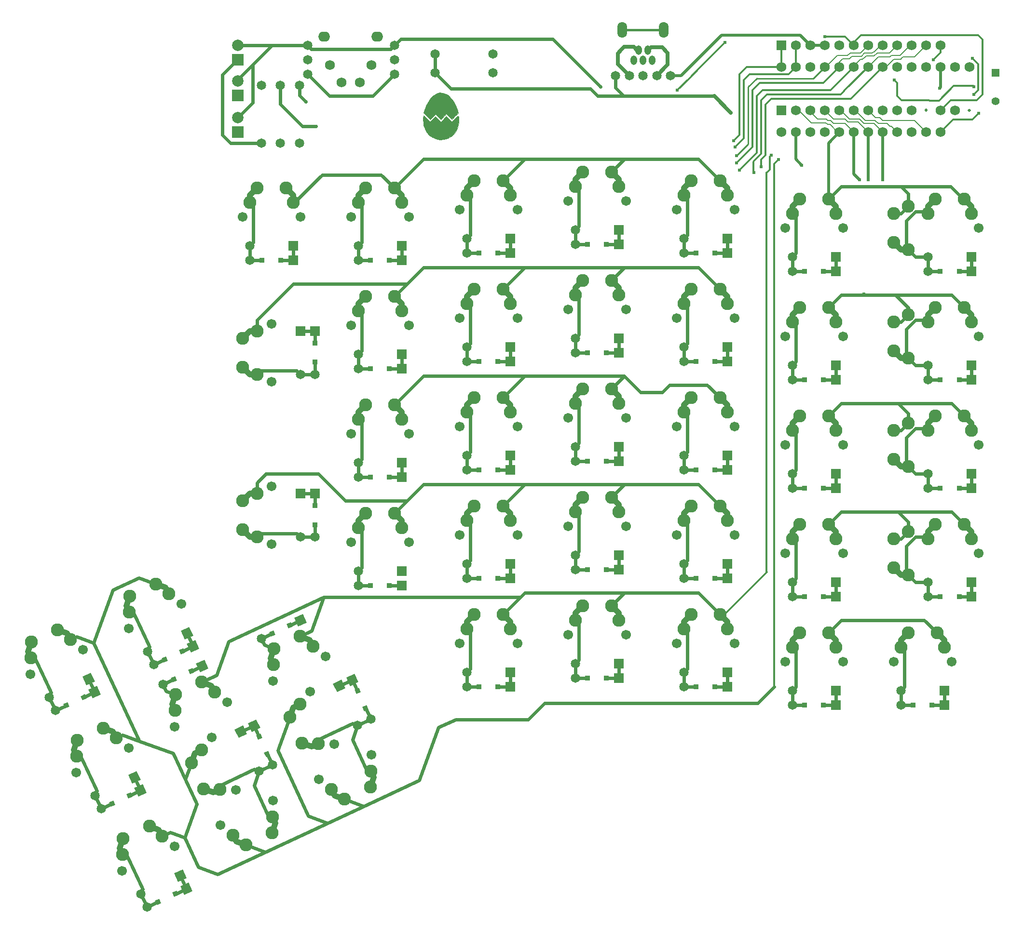
<source format=gbr>
G04 #@! TF.FileFunction,Copper,L2,Bot,Signal*
%FSLAX46Y46*%
G04 Gerber Fmt 4.6, Leading zero omitted, Abs format (unit mm)*
G04 Created by KiCad (PCBNEW 4.0.2-stable) date 2016/08/25 14:06:43*
%MOMM*%
G01*
G04 APERTURE LIST*
%ADD10C,0.150000*%
%ADD11C,0.609600*%
%ADD12C,0.010000*%
%ADD13C,1.651000*%
%ADD14C,2.286000*%
%ADD15C,1.701800*%
%ADD16R,1.752600X1.752600*%
%ADD17C,1.752600*%
%ADD18O,2.057400X1.752600*%
%ADD19R,1.651000X1.651000*%
%ADD20R,0.838200X0.838200*%
%ADD21R,2.000000X2.000000*%
%ADD22C,2.000000*%
%ADD23O,1.143000X1.651000*%
%ADD24O,1.701800X2.794000*%
%ADD25R,1.400000X1.400000*%
%ADD26C,1.400000*%
%ADD27C,2.283460*%
%ADD28C,2.280920*%
%ADD29C,0.609600*%
%ADD30C,0.033020*%
%ADD31C,0.508000*%
%ADD32C,0.304800*%
%ADD33C,0.203200*%
%ADD34C,0.254000*%
%ADD35C,1.016000*%
%ADD36C,0.711200*%
%ADD37C,0.406400*%
G04 APERTURE END LIST*
D10*
D11*
X53341367Y-147187736D02*
X55286576Y-146280670D01*
X58302224Y-144874450D02*
X60247433Y-143967384D01*
X70605747Y-139135936D02*
X72550956Y-138228870D01*
X75566604Y-136822650D02*
X77511813Y-135915584D01*
X68580000Y-72720200D02*
X70726300Y-72720200D01*
X74053700Y-72720200D02*
X76200000Y-72720200D01*
X80010000Y-92720160D02*
X80010000Y-90573860D01*
X80010000Y-87246460D02*
X80010000Y-85100160D01*
X80010000Y-121295160D02*
X80010000Y-119148860D01*
X80010000Y-115821460D02*
X80010000Y-113675160D01*
X182880000Y-150822660D02*
X185026300Y-150822660D01*
X188353700Y-150822660D02*
X190500000Y-150822660D01*
X87630000Y-91767660D02*
X89776300Y-91767660D01*
X93103700Y-91767660D02*
X95250000Y-91767660D01*
X42515518Y-169049321D02*
X44460727Y-168142255D01*
X47476375Y-166736035D02*
X49421584Y-165828970D01*
X50567318Y-186316241D02*
X52512527Y-185409175D01*
X55528175Y-184002955D02*
X57473384Y-183095890D01*
X34466258Y-151784941D02*
X36411467Y-150877875D01*
X39427115Y-149471655D02*
X41372324Y-148564590D01*
X51730638Y-143735681D02*
X53675847Y-142828615D01*
X56691495Y-141422395D02*
X58636704Y-140515330D01*
X163830000Y-74625200D02*
X165976300Y-74625200D01*
X169303700Y-74625200D02*
X171450000Y-74625200D01*
X144780000Y-71447660D02*
X146926300Y-71447660D01*
X150253700Y-71447660D02*
X152400000Y-71447660D01*
X125730000Y-69850000D02*
X127876300Y-69850000D01*
X131203700Y-69850000D02*
X133350000Y-69850000D01*
X106680000Y-71447660D02*
X108826300Y-71447660D01*
X112153700Y-71447660D02*
X114300000Y-71447660D01*
X144780000Y-147647660D02*
X146926300Y-147647660D01*
X150253700Y-147647660D02*
X152400000Y-147647660D01*
X163830000Y-93672660D02*
X165976300Y-93672660D01*
X169303700Y-93672660D02*
X171450000Y-93672660D01*
X125730000Y-88900000D02*
X127876300Y-88900000D01*
X131203700Y-88900000D02*
X133350000Y-88900000D01*
X106680000Y-90497660D02*
X108826300Y-90497660D01*
X112153700Y-90497660D02*
X114300000Y-90497660D01*
X163830000Y-112722660D02*
X165976300Y-112722660D01*
X169303700Y-112722660D02*
X171450000Y-112722660D01*
X144780000Y-109547660D02*
X146926300Y-109547660D01*
X150253700Y-109547660D02*
X152400000Y-109547660D01*
X125730000Y-107950000D02*
X127876300Y-107950000D01*
X131203700Y-107950000D02*
X133350000Y-107950000D01*
X106680000Y-109547660D02*
X108826300Y-109547660D01*
X112153700Y-109547660D02*
X114300000Y-109547660D01*
X87630000Y-110817660D02*
X89776300Y-110817660D01*
X93103700Y-110817660D02*
X95250000Y-110817660D01*
X163830000Y-131772660D02*
X165976300Y-131772660D01*
X169303700Y-131772660D02*
X171450000Y-131772660D01*
X144780000Y-128597660D02*
X146926300Y-128597660D01*
X150253700Y-128597660D02*
X152400000Y-128597660D01*
X125730000Y-127000000D02*
X127876300Y-127000000D01*
X131203700Y-127000000D02*
X133350000Y-127000000D01*
X106680000Y-128597660D02*
X108826300Y-128597660D01*
X112153700Y-128597660D02*
X114300000Y-128597660D01*
X87630000Y-129867660D02*
X89776300Y-129867660D01*
X93103700Y-129867660D02*
X95250000Y-129867660D01*
X163830000Y-150822660D02*
X165976300Y-150822660D01*
X169303700Y-150822660D02*
X171450000Y-150822660D01*
X125730000Y-146050000D02*
X127876300Y-146050000D01*
X131203700Y-146050000D02*
X133350000Y-146050000D01*
X106680000Y-147647660D02*
X108826300Y-147647660D01*
X112153700Y-147647660D02*
X114300000Y-147647660D01*
X89819101Y-153298162D02*
X88912035Y-151352953D01*
X87505815Y-148337305D02*
X86598750Y-146392096D01*
X72554721Y-161349962D02*
X71647655Y-159404753D01*
X70241435Y-156389105D02*
X69334370Y-154443896D01*
X144780000Y-90497660D02*
X146926300Y-90497660D01*
X150253700Y-90497660D02*
X152400000Y-90497660D01*
X87630000Y-72720200D02*
X89776300Y-72720200D01*
X93103700Y-72720200D02*
X95250000Y-72720200D01*
D12*
G36*
X99183192Y-47320749D02*
X99355496Y-47471896D01*
X99585028Y-47690626D01*
X99709662Y-47814662D01*
X100255099Y-48364991D01*
X100725892Y-47899110D01*
X101196686Y-47433229D01*
X102117314Y-48365437D01*
X102606824Y-47881036D01*
X103096333Y-47396634D01*
X103585617Y-47880812D01*
X104074901Y-48364991D01*
X104622168Y-47812815D01*
X104879655Y-47555134D01*
X105043757Y-47403991D01*
X105140200Y-47345563D01*
X105194705Y-47366027D01*
X105232997Y-47451559D01*
X105242395Y-47479518D01*
X105268149Y-47676765D01*
X105264912Y-47994978D01*
X105233458Y-48388429D01*
X105225922Y-48454768D01*
X105075863Y-49243278D01*
X104824193Y-49903450D01*
X104464865Y-50446739D01*
X103991828Y-50884600D01*
X103913474Y-50939995D01*
X103303500Y-51258689D01*
X102627834Y-51440699D01*
X101929874Y-51478653D01*
X101312351Y-51381896D01*
X100661233Y-51122623D01*
X100102315Y-50727823D01*
X99648299Y-50211484D01*
X99311888Y-49587589D01*
X99126107Y-48974666D01*
X99083130Y-48697577D01*
X99053160Y-48364729D01*
X99036857Y-48016682D01*
X99034881Y-47693996D01*
X99047892Y-47437230D01*
X99076549Y-47286944D01*
X99098279Y-47264333D01*
X99183192Y-47320749D01*
X99183192Y-47320749D01*
G37*
X99183192Y-47320749D02*
X99355496Y-47471896D01*
X99585028Y-47690626D01*
X99709662Y-47814662D01*
X100255099Y-48364991D01*
X100725892Y-47899110D01*
X101196686Y-47433229D01*
X102117314Y-48365437D01*
X102606824Y-47881036D01*
X103096333Y-47396634D01*
X103585617Y-47880812D01*
X104074901Y-48364991D01*
X104622168Y-47812815D01*
X104879655Y-47555134D01*
X105043757Y-47403991D01*
X105140200Y-47345563D01*
X105194705Y-47366027D01*
X105232997Y-47451559D01*
X105242395Y-47479518D01*
X105268149Y-47676765D01*
X105264912Y-47994978D01*
X105233458Y-48388429D01*
X105225922Y-48454768D01*
X105075863Y-49243278D01*
X104824193Y-49903450D01*
X104464865Y-50446739D01*
X103991828Y-50884600D01*
X103913474Y-50939995D01*
X103303500Y-51258689D01*
X102627834Y-51440699D01*
X101929874Y-51478653D01*
X101312351Y-51381896D01*
X100661233Y-51122623D01*
X100102315Y-50727823D01*
X99648299Y-50211484D01*
X99311888Y-49587589D01*
X99126107Y-48974666D01*
X99083130Y-48697577D01*
X99053160Y-48364729D01*
X99036857Y-48016682D01*
X99034881Y-47693996D01*
X99047892Y-47437230D01*
X99076549Y-47286944D01*
X99098279Y-47264333D01*
X99183192Y-47320749D01*
G36*
X102450398Y-43280467D02*
X102983045Y-43454025D01*
X103488349Y-43771545D01*
X103946173Y-44225659D01*
X104062180Y-44375014D01*
X104332838Y-44788000D01*
X104598212Y-45269623D01*
X104830397Y-45762805D01*
X105001494Y-46210464D01*
X105058826Y-46413886D01*
X105158995Y-46847840D01*
X104616948Y-47394749D01*
X104074901Y-47941657D01*
X103096333Y-46973301D01*
X102606824Y-47457702D01*
X102117314Y-47942104D01*
X101196686Y-47009896D01*
X100255276Y-47941482D01*
X99673073Y-47354784D01*
X99090870Y-46768085D01*
X99322551Y-46106043D01*
X99618791Y-45395940D01*
X99981319Y-44749940D01*
X100391339Y-44192766D01*
X100830060Y-43749140D01*
X101278687Y-43443785D01*
X101383625Y-43394719D01*
X101910545Y-43258242D01*
X102450398Y-43280467D01*
X102450398Y-43280467D01*
G37*
X102450398Y-43280467D02*
X102983045Y-43454025D01*
X103488349Y-43771545D01*
X103946173Y-44225659D01*
X104062180Y-44375014D01*
X104332838Y-44788000D01*
X104598212Y-45269623D01*
X104830397Y-45762805D01*
X105001494Y-46210464D01*
X105058826Y-46413886D01*
X105158995Y-46847840D01*
X104616948Y-47394749D01*
X104074901Y-47941657D01*
X103096333Y-46973301D01*
X102606824Y-47457702D01*
X102117314Y-47942104D01*
X101196686Y-47009896D01*
X100255276Y-47941482D01*
X99673073Y-47354784D01*
X99090870Y-46768085D01*
X99322551Y-46106043D01*
X99618791Y-45395940D01*
X99981319Y-44749940D01*
X100391339Y-44192766D01*
X100830060Y-43749140D01*
X101278687Y-43443785D01*
X101383625Y-43394719D01*
X101910545Y-43258242D01*
X102450398Y-43280467D01*
D11*
X187642500Y-131772660D02*
X189788800Y-131772660D01*
X193116200Y-131772660D02*
X195262500Y-131772660D01*
X187642500Y-112722660D02*
X189788800Y-112722660D01*
X193116200Y-112722660D02*
X195262500Y-112722660D01*
X187642500Y-93672660D02*
X189788800Y-93672660D01*
X193116200Y-93672660D02*
X195262500Y-93672660D01*
X187642500Y-74625200D02*
X189788800Y-74625200D01*
X193116200Y-74625200D02*
X195262500Y-74625200D01*
D13*
X78740000Y-40005000D03*
X78740000Y-37465000D03*
X78740000Y-34925000D03*
X93980000Y-40005000D03*
X93980000Y-37465000D03*
X93980000Y-34925000D03*
X53341367Y-147187736D03*
D10*
G36*
X55083862Y-146837623D02*
X54729623Y-146077956D01*
X55489290Y-145723717D01*
X55843529Y-146483384D01*
X55083862Y-146837623D01*
X55083862Y-146837623D01*
G37*
G36*
X59848147Y-145064412D02*
X59150405Y-143568098D01*
X60646719Y-142870356D01*
X61344461Y-144366670D01*
X59848147Y-145064412D01*
X59848147Y-145064412D01*
G37*
G36*
X58099510Y-145431403D02*
X57745271Y-144671736D01*
X58504938Y-144317497D01*
X58859177Y-145077164D01*
X58099510Y-145431403D01*
X58099510Y-145431403D01*
G37*
D13*
X70605747Y-139135936D03*
D10*
G36*
X72348242Y-138785823D02*
X71994003Y-138026156D01*
X72753670Y-137671917D01*
X73107909Y-138431584D01*
X72348242Y-138785823D01*
X72348242Y-138785823D01*
G37*
G36*
X77112527Y-137012612D02*
X76414785Y-135516298D01*
X77911099Y-134818556D01*
X78608841Y-136314870D01*
X77112527Y-137012612D01*
X77112527Y-137012612D01*
G37*
G36*
X75363890Y-137379603D02*
X75009651Y-136619936D01*
X75769318Y-136265697D01*
X76123557Y-137025364D01*
X75363890Y-137379603D01*
X75363890Y-137379603D01*
G37*
D14*
X77434621Y-138754526D03*
X72753017Y-143740174D03*
D15*
X72675456Y-146578921D03*
X81883544Y-142285119D03*
D14*
X79659082Y-140519823D03*
X72830577Y-140901427D03*
X60170241Y-146806326D03*
X55488637Y-151791974D03*
D15*
X55411076Y-154630721D03*
X64619164Y-150336919D03*
D14*
X62394702Y-148571623D03*
X55566197Y-148953227D03*
X85176179Y-167376434D03*
X89857783Y-162390786D03*
D15*
X89935344Y-159552039D03*
X80727256Y-163845841D03*
D14*
X82951718Y-165611137D03*
X89780223Y-165229533D03*
X67909259Y-175425694D03*
X72590863Y-170440046D03*
D15*
X72668424Y-167601299D03*
X63460336Y-171895101D03*
D14*
X65684798Y-173660397D03*
X72513303Y-173278793D03*
D13*
X70665000Y-41985000D03*
X70665000Y-52145000D03*
X73965000Y-41985000D03*
X73965000Y-52145000D03*
X77365000Y-41985000D03*
X77365000Y-52145000D03*
X101085000Y-36465000D03*
X111245000Y-36465000D03*
X101092000Y-39751000D03*
X111252000Y-39751000D03*
D16*
X161925000Y-34925000D03*
D17*
X164465000Y-34925000D03*
X167005000Y-34925000D03*
X169545000Y-34925000D03*
X172085000Y-34925000D03*
X174625000Y-34925000D03*
X177165000Y-34925000D03*
X179705000Y-34925000D03*
X182245000Y-34925000D03*
X184785000Y-34925000D03*
X187325000Y-34925000D03*
X189865000Y-34925000D03*
X189865000Y-50165000D03*
X187325000Y-50165000D03*
X184785000Y-50165000D03*
X182245000Y-50165000D03*
X179705000Y-50165000D03*
X177165000Y-50165000D03*
X174625000Y-50165000D03*
X167005000Y-50165000D03*
X164465000Y-50165000D03*
X161925000Y-50165000D03*
X172085000Y-50165000D03*
X169545000Y-50165000D03*
D18*
X90957400Y-33375600D03*
D17*
X82702400Y-38379400D03*
X87909400Y-41478200D03*
D18*
X81661000Y-33375600D03*
D17*
X84709000Y-41478200D03*
X89916000Y-38379400D03*
D14*
X74930000Y-60020200D03*
X68580000Y-62560200D03*
D15*
X67310000Y-65100200D03*
X77470000Y-65100200D03*
D14*
X76200000Y-62560200D03*
X69850000Y-60020200D03*
D13*
X68580000Y-70180200D03*
D19*
X76200000Y-70180200D03*
D13*
X68580000Y-72720200D03*
D19*
X76200000Y-72720200D03*
D20*
X70726300Y-72720200D03*
X74053700Y-72720200D03*
D14*
X67310000Y-86370160D03*
X69850000Y-92720160D03*
D15*
X72390000Y-93990160D03*
X72390000Y-83830160D03*
D14*
X69850000Y-85100160D03*
X67310000Y-91450160D03*
D13*
X77470000Y-92720160D03*
D19*
X77470000Y-85100160D03*
D13*
X80010000Y-92720160D03*
D19*
X80010000Y-85100160D03*
D20*
X80010000Y-90573860D03*
X80010000Y-87246460D03*
D14*
X67310000Y-114945160D03*
X69850000Y-121295160D03*
D15*
X72390000Y-122565160D03*
X72390000Y-112405160D03*
D14*
X69850000Y-113675160D03*
X67310000Y-120025160D03*
D13*
X77470000Y-121295160D03*
D19*
X77470000Y-113675160D03*
D13*
X80010000Y-121295160D03*
D19*
X80010000Y-113675160D03*
D20*
X80010000Y-119148860D03*
X80010000Y-115821460D03*
D14*
X189230000Y-138122660D03*
X182880000Y-140662660D03*
D15*
X181610000Y-143202660D03*
X191770000Y-143202660D03*
D14*
X190500000Y-140662660D03*
X184150000Y-138122660D03*
D13*
X182880000Y-148282660D03*
D19*
X190500000Y-148282660D03*
D13*
X182880000Y-150822660D03*
D19*
X190500000Y-150822660D03*
D20*
X185026300Y-150822660D03*
X188353700Y-150822660D03*
D14*
X93980000Y-79067660D03*
X87630000Y-81607660D03*
D15*
X86360000Y-84147660D03*
X96520000Y-84147660D03*
D14*
X95250000Y-81607660D03*
X88900000Y-79067660D03*
D13*
X87630000Y-89227660D03*
D19*
X95250000Y-89227660D03*
D13*
X87630000Y-91767660D03*
D19*
X95250000Y-91767660D03*
D20*
X89776300Y-91767660D03*
X93103700Y-91767660D03*
D14*
X42903321Y-154855586D03*
X38221717Y-159841234D03*
D15*
X38144156Y-162679981D03*
X47352244Y-158386179D03*
D14*
X45127782Y-156620883D03*
X38299277Y-157002487D03*
D13*
X41442068Y-166747299D03*
D10*
G36*
X47948847Y-164623976D02*
X47251105Y-163127662D01*
X48747419Y-162429920D01*
X49445161Y-163926234D01*
X47948847Y-164623976D01*
X47948847Y-164623976D01*
G37*
D13*
X42515518Y-169049321D03*
D10*
G36*
X49022298Y-166925998D02*
X48324556Y-165429684D01*
X49820870Y-164731942D01*
X50518612Y-166228256D01*
X49022298Y-166925998D01*
X49022298Y-166925998D01*
G37*
G36*
X44258013Y-168699208D02*
X43903774Y-167939541D01*
X44663441Y-167585302D01*
X45017680Y-168344969D01*
X44258013Y-168699208D01*
X44258013Y-168699208D01*
G37*
G36*
X47273661Y-167292988D02*
X46919422Y-166533321D01*
X47679089Y-166179082D01*
X48033328Y-166938749D01*
X47273661Y-167292988D01*
X47273661Y-167292988D01*
G37*
D14*
X50955121Y-172122506D03*
X46273517Y-177108154D03*
D15*
X46195956Y-179946901D03*
X55404044Y-175653099D03*
D14*
X53179582Y-173887803D03*
X46351077Y-174269407D03*
D13*
X49493868Y-184014219D03*
D10*
G36*
X56000647Y-181890896D02*
X55302905Y-180394582D01*
X56799219Y-179696840D01*
X57496961Y-181193154D01*
X56000647Y-181890896D01*
X56000647Y-181890896D01*
G37*
D13*
X50567318Y-186316241D03*
D10*
G36*
X57074098Y-184192918D02*
X56376356Y-182696604D01*
X57872670Y-181998862D01*
X58570412Y-183495176D01*
X57074098Y-184192918D01*
X57074098Y-184192918D01*
G37*
G36*
X52309813Y-185966128D02*
X51955574Y-185206461D01*
X52715241Y-184852222D01*
X53069480Y-185611889D01*
X52309813Y-185966128D01*
X52309813Y-185966128D01*
G37*
G36*
X55325461Y-184559908D02*
X54971222Y-183800241D01*
X55730889Y-183446002D01*
X56085128Y-184205669D01*
X55325461Y-184559908D01*
X55325461Y-184559908D01*
G37*
D14*
X34854061Y-137591206D03*
X30172457Y-142576854D03*
D15*
X30094896Y-145415601D03*
X39302984Y-141121799D03*
D14*
X37078522Y-139356503D03*
X30250017Y-139738107D03*
D13*
X33392808Y-149482919D03*
D10*
G36*
X39899587Y-147359596D02*
X39201845Y-145863282D01*
X40698159Y-145165540D01*
X41395901Y-146661854D01*
X39899587Y-147359596D01*
X39899587Y-147359596D01*
G37*
D13*
X34466258Y-151784941D03*
D10*
G36*
X40973038Y-149661618D02*
X40275296Y-148165304D01*
X41771610Y-147467562D01*
X42469352Y-148963876D01*
X40973038Y-149661618D01*
X40973038Y-149661618D01*
G37*
G36*
X36208753Y-151434828D02*
X35854514Y-150675161D01*
X36614181Y-150320922D01*
X36968420Y-151080589D01*
X36208753Y-151434828D01*
X36208753Y-151434828D01*
G37*
G36*
X39224401Y-150028608D02*
X38870162Y-149268941D01*
X39629829Y-148914702D01*
X39984068Y-149674369D01*
X39224401Y-150028608D01*
X39224401Y-150028608D01*
G37*
D14*
X52118441Y-129541946D03*
X47436837Y-134527594D03*
D15*
X47359276Y-137366341D03*
X56567364Y-133072539D03*
D14*
X54342902Y-131307243D03*
X47514397Y-131688847D03*
D13*
X50657188Y-141433659D03*
D10*
G36*
X57163967Y-139310336D02*
X56466225Y-137814022D01*
X57962539Y-137116280D01*
X58660281Y-138612594D01*
X57163967Y-139310336D01*
X57163967Y-139310336D01*
G37*
D13*
X51730638Y-143735681D03*
D10*
G36*
X58237418Y-141612358D02*
X57539676Y-140116044D01*
X59035990Y-139418302D01*
X59733732Y-140914616D01*
X58237418Y-141612358D01*
X58237418Y-141612358D01*
G37*
G36*
X53473133Y-143385568D02*
X53118894Y-142625901D01*
X53878561Y-142271662D01*
X54232800Y-143031329D01*
X53473133Y-143385568D01*
X53473133Y-143385568D01*
G37*
G36*
X56488781Y-141979348D02*
X56134542Y-141219681D01*
X56894209Y-140865442D01*
X57248448Y-141625109D01*
X56488781Y-141979348D01*
X56488781Y-141979348D01*
G37*
D14*
X170180000Y-61925200D03*
X163830000Y-64465200D03*
D15*
X162560000Y-67005200D03*
X172720000Y-67005200D03*
D14*
X171450000Y-64465200D03*
X165100000Y-61925200D03*
D13*
X163830000Y-72085200D03*
D19*
X171450000Y-72085200D03*
D13*
X163830000Y-74625200D03*
D19*
X171450000Y-74625200D03*
D20*
X165976300Y-74625200D03*
X169303700Y-74625200D03*
D14*
X151130000Y-58747660D03*
X144780000Y-61287660D03*
D15*
X143510000Y-63827660D03*
X153670000Y-63827660D03*
D14*
X152400000Y-61287660D03*
X146050000Y-58747660D03*
D13*
X144780000Y-68907660D03*
D19*
X152400000Y-68907660D03*
D13*
X144780000Y-71447660D03*
D19*
X152400000Y-71447660D03*
D20*
X146926300Y-71447660D03*
X150253700Y-71447660D03*
D14*
X132080000Y-57150000D03*
X125730000Y-59690000D03*
D15*
X124460000Y-62230000D03*
X134620000Y-62230000D03*
D14*
X133350000Y-59690000D03*
X127000000Y-57150000D03*
D13*
X125730000Y-67310000D03*
D19*
X133350000Y-67310000D03*
D13*
X125730000Y-69850000D03*
D19*
X133350000Y-69850000D03*
D20*
X127876300Y-69850000D03*
X131203700Y-69850000D03*
D14*
X113030000Y-58747660D03*
X106680000Y-61287660D03*
D15*
X105410000Y-63827660D03*
X115570000Y-63827660D03*
D14*
X114300000Y-61287660D03*
X107950000Y-58747660D03*
D13*
X106680000Y-68907660D03*
D19*
X114300000Y-68907660D03*
D13*
X106680000Y-71447660D03*
D19*
X114300000Y-71447660D03*
D20*
X108826300Y-71447660D03*
X112153700Y-71447660D03*
D14*
X151130000Y-134947660D03*
X144780000Y-137487660D03*
D15*
X143510000Y-140027660D03*
X153670000Y-140027660D03*
D14*
X152400000Y-137487660D03*
X146050000Y-134947660D03*
D13*
X144780000Y-145107660D03*
D19*
X152400000Y-145107660D03*
D13*
X144780000Y-147647660D03*
D19*
X152400000Y-147647660D03*
D20*
X146926300Y-147647660D03*
X150253700Y-147647660D03*
D14*
X170180000Y-80972660D03*
X163830000Y-83512660D03*
D15*
X162560000Y-86052660D03*
X172720000Y-86052660D03*
D14*
X171450000Y-83512660D03*
X165100000Y-80972660D03*
D13*
X163830000Y-91132660D03*
D19*
X171450000Y-91132660D03*
D13*
X163830000Y-93672660D03*
D19*
X171450000Y-93672660D03*
D20*
X165976300Y-93672660D03*
X169303700Y-93672660D03*
D14*
X132080000Y-76200000D03*
X125730000Y-78740000D03*
D15*
X124460000Y-81280000D03*
X134620000Y-81280000D03*
D14*
X133350000Y-78740000D03*
X127000000Y-76200000D03*
D13*
X125730000Y-86360000D03*
D19*
X133350000Y-86360000D03*
D13*
X125730000Y-88900000D03*
D19*
X133350000Y-88900000D03*
D20*
X127876300Y-88900000D03*
X131203700Y-88900000D03*
D14*
X113030000Y-77797660D03*
X106680000Y-80337660D03*
D15*
X105410000Y-82877660D03*
X115570000Y-82877660D03*
D14*
X114300000Y-80337660D03*
X107950000Y-77797660D03*
D13*
X106680000Y-87957660D03*
D19*
X114300000Y-87957660D03*
D13*
X106680000Y-90497660D03*
D19*
X114300000Y-90497660D03*
D20*
X108826300Y-90497660D03*
X112153700Y-90497660D03*
D14*
X170180000Y-100022660D03*
X163830000Y-102562660D03*
D15*
X162560000Y-105102660D03*
X172720000Y-105102660D03*
D14*
X171450000Y-102562660D03*
X165100000Y-100022660D03*
D13*
X163830000Y-110182660D03*
D19*
X171450000Y-110182660D03*
D13*
X163830000Y-112722660D03*
D19*
X171450000Y-112722660D03*
D20*
X165976300Y-112722660D03*
X169303700Y-112722660D03*
D14*
X151130000Y-96847660D03*
X144780000Y-99387660D03*
D15*
X143510000Y-101927660D03*
X153670000Y-101927660D03*
D14*
X152400000Y-99387660D03*
X146050000Y-96847660D03*
D13*
X144780000Y-107007660D03*
D19*
X152400000Y-107007660D03*
D13*
X144780000Y-109547660D03*
D19*
X152400000Y-109547660D03*
D20*
X146926300Y-109547660D03*
X150253700Y-109547660D03*
D14*
X132080000Y-95250000D03*
X125730000Y-97790000D03*
D15*
X124460000Y-100330000D03*
X134620000Y-100330000D03*
D14*
X133350000Y-97790000D03*
X127000000Y-95250000D03*
D13*
X125730000Y-105410000D03*
D19*
X133350000Y-105410000D03*
D13*
X125730000Y-107950000D03*
D19*
X133350000Y-107950000D03*
D20*
X127876300Y-107950000D03*
X131203700Y-107950000D03*
D14*
X113030000Y-96847660D03*
X106680000Y-99387660D03*
D15*
X105410000Y-101927660D03*
X115570000Y-101927660D03*
D14*
X114300000Y-99387660D03*
X107950000Y-96847660D03*
D13*
X106680000Y-107007660D03*
D19*
X114300000Y-107007660D03*
D13*
X106680000Y-109547660D03*
D19*
X114300000Y-109547660D03*
D20*
X108826300Y-109547660D03*
X112153700Y-109547660D03*
D14*
X93980000Y-98117660D03*
X87630000Y-100657660D03*
D15*
X86360000Y-103197660D03*
X96520000Y-103197660D03*
D14*
X95250000Y-100657660D03*
X88900000Y-98117660D03*
D13*
X87630000Y-108277660D03*
D19*
X95250000Y-108277660D03*
D13*
X87630000Y-110817660D03*
D19*
X95250000Y-110817660D03*
D20*
X89776300Y-110817660D03*
X93103700Y-110817660D03*
D14*
X170180000Y-119072660D03*
X163830000Y-121612660D03*
D15*
X162560000Y-124152660D03*
X172720000Y-124152660D03*
D14*
X171450000Y-121612660D03*
X165100000Y-119072660D03*
D13*
X163830000Y-129232660D03*
D19*
X171450000Y-129232660D03*
D13*
X163830000Y-131772660D03*
D19*
X171450000Y-131772660D03*
D20*
X165976300Y-131772660D03*
X169303700Y-131772660D03*
D14*
X151130000Y-115897660D03*
X144780000Y-118437660D03*
D15*
X143510000Y-120977660D03*
X153670000Y-120977660D03*
D14*
X152400000Y-118437660D03*
X146050000Y-115897660D03*
D13*
X144780000Y-126057660D03*
D19*
X152400000Y-126057660D03*
D13*
X144780000Y-128597660D03*
D19*
X152400000Y-128597660D03*
D20*
X146926300Y-128597660D03*
X150253700Y-128597660D03*
D14*
X132080000Y-114300000D03*
X125730000Y-116840000D03*
D15*
X124460000Y-119380000D03*
X134620000Y-119380000D03*
D14*
X133350000Y-116840000D03*
X127000000Y-114300000D03*
D13*
X125730000Y-124460000D03*
D19*
X133350000Y-124460000D03*
D13*
X125730000Y-127000000D03*
D19*
X133350000Y-127000000D03*
D20*
X127876300Y-127000000D03*
X131203700Y-127000000D03*
D14*
X113030000Y-115897660D03*
X106680000Y-118437660D03*
D15*
X105410000Y-120977660D03*
X115570000Y-120977660D03*
D14*
X114300000Y-118437660D03*
X107950000Y-115897660D03*
D13*
X106680000Y-126057660D03*
D19*
X114300000Y-126057660D03*
D13*
X106680000Y-128597660D03*
D19*
X114300000Y-128597660D03*
D20*
X108826300Y-128597660D03*
X112153700Y-128597660D03*
D14*
X93980000Y-117167660D03*
X87630000Y-119707660D03*
D15*
X86360000Y-122247660D03*
X96520000Y-122247660D03*
D14*
X95250000Y-119707660D03*
X88900000Y-117167660D03*
D13*
X87630000Y-127327660D03*
D19*
X95250000Y-127327660D03*
D13*
X87630000Y-129867660D03*
D19*
X95250000Y-129867660D03*
D20*
X89776300Y-129867660D03*
X93103700Y-129867660D03*
D14*
X170180000Y-138122660D03*
X163830000Y-140662660D03*
D15*
X162560000Y-143202660D03*
X172720000Y-143202660D03*
D14*
X171450000Y-140662660D03*
X165100000Y-138122660D03*
D13*
X163830000Y-148282660D03*
D19*
X171450000Y-148282660D03*
D13*
X163830000Y-150822660D03*
D19*
X171450000Y-150822660D03*
D20*
X165976300Y-150822660D03*
X169303700Y-150822660D03*
D14*
X132080000Y-133350000D03*
X125730000Y-135890000D03*
D15*
X124460000Y-138430000D03*
X134620000Y-138430000D03*
D14*
X133350000Y-135890000D03*
X127000000Y-133350000D03*
D13*
X125730000Y-143510000D03*
D19*
X133350000Y-143510000D03*
D13*
X125730000Y-146050000D03*
D19*
X133350000Y-146050000D03*
D20*
X127876300Y-146050000D03*
X131203700Y-146050000D03*
D14*
X113030000Y-134947660D03*
X106680000Y-137487660D03*
D15*
X105410000Y-140027660D03*
X115570000Y-140027660D03*
D14*
X114300000Y-137487660D03*
X107950000Y-134947660D03*
D13*
X106680000Y-145107660D03*
D19*
X114300000Y-145107660D03*
D13*
X106680000Y-147647660D03*
D19*
X114300000Y-147647660D03*
D20*
X108826300Y-147647660D03*
X112153700Y-147647660D03*
D14*
X75625366Y-152910359D03*
X80611014Y-157591963D03*
D15*
X83449761Y-157669524D03*
X79155959Y-148461436D03*
D14*
X77390663Y-150685898D03*
X77772267Y-157514403D03*
D13*
X87517079Y-154371612D03*
D10*
G36*
X85393756Y-147864833D02*
X83897442Y-148562575D01*
X83199700Y-147066261D01*
X84696014Y-146368519D01*
X85393756Y-147864833D01*
X85393756Y-147864833D01*
G37*
D13*
X89819101Y-153298162D03*
D10*
G36*
X87695778Y-146791382D02*
X86199464Y-147489124D01*
X85501722Y-145992810D01*
X86998036Y-145295068D01*
X87695778Y-146791382D01*
X87695778Y-146791382D01*
G37*
G36*
X89468988Y-151555667D02*
X88709321Y-151909906D01*
X88355082Y-151150239D01*
X89114749Y-150796000D01*
X89468988Y-151555667D01*
X89468988Y-151555667D01*
G37*
G36*
X88062768Y-148540019D02*
X87303101Y-148894258D01*
X86948862Y-148134591D01*
X87708529Y-147780352D01*
X88062768Y-148540019D01*
X88062768Y-148540019D01*
G37*
D14*
X58360986Y-160962159D03*
X63346634Y-165643763D03*
D15*
X66185381Y-165721324D03*
X61891579Y-156513236D03*
D14*
X60126283Y-158737698D03*
X60507887Y-165566203D03*
D13*
X70252699Y-162423412D03*
D10*
G36*
X68129376Y-155916633D02*
X66633062Y-156614375D01*
X65935320Y-155118061D01*
X67431634Y-154420319D01*
X68129376Y-155916633D01*
X68129376Y-155916633D01*
G37*
D13*
X72554721Y-161349962D03*
D10*
G36*
X70431398Y-154843182D02*
X68935084Y-155540924D01*
X68237342Y-154044610D01*
X69733656Y-153346868D01*
X70431398Y-154843182D01*
X70431398Y-154843182D01*
G37*
G36*
X72204608Y-159607467D02*
X71444941Y-159961706D01*
X71090702Y-159202039D01*
X71850369Y-158847800D01*
X72204608Y-159607467D01*
X72204608Y-159607467D01*
G37*
G36*
X70798388Y-156591819D02*
X70038721Y-156946058D01*
X69684482Y-156186391D01*
X70444149Y-155832152D01*
X70798388Y-156591819D01*
X70798388Y-156591819D01*
G37*
D14*
X151130000Y-77797660D03*
X144780000Y-80337660D03*
D15*
X143510000Y-82877660D03*
X153670000Y-82877660D03*
D14*
X152400000Y-80337660D03*
X146050000Y-77797660D03*
D13*
X144780000Y-87957660D03*
D19*
X152400000Y-87957660D03*
D13*
X144780000Y-90497660D03*
D19*
X152400000Y-90497660D03*
D20*
X146926300Y-90497660D03*
X150253700Y-90497660D03*
D14*
X93980000Y-60020200D03*
X87630000Y-62560200D03*
D15*
X86360000Y-65100200D03*
X96520000Y-65100200D03*
D14*
X95250000Y-62560200D03*
X88900000Y-60020200D03*
D13*
X87630000Y-70180200D03*
D19*
X95250000Y-70180200D03*
D13*
X87630000Y-72720200D03*
D19*
X95250000Y-72720200D03*
D20*
X89776300Y-72720200D03*
X93103700Y-72720200D03*
D17*
X164450000Y-46330000D03*
X166990000Y-46330000D03*
X169530000Y-46330000D03*
X172070000Y-46330000D03*
X174610000Y-46330000D03*
X177150000Y-46330000D03*
X179690000Y-46330000D03*
X182230000Y-46330000D03*
X184770000Y-46330000D03*
X189850000Y-46330000D03*
X192390000Y-46330000D03*
D16*
X161910000Y-46330000D03*
D17*
X194930000Y-38710000D03*
X192390000Y-38710000D03*
X189850000Y-38710000D03*
X187310000Y-38710000D03*
X184770000Y-38710000D03*
X182230000Y-38710000D03*
X179690000Y-38710000D03*
X177150000Y-38710000D03*
X174610000Y-38710000D03*
X172070000Y-38710000D03*
X169530000Y-38710000D03*
X166990000Y-38710000D03*
X164450000Y-38710000D03*
X161910000Y-38710000D03*
D21*
X66465000Y-37465000D03*
D22*
X66465000Y-34925000D03*
D21*
X66465000Y-43765000D03*
D22*
X66465000Y-41225000D03*
D21*
X66465000Y-50165000D03*
D22*
X66465000Y-47625000D03*
D23*
X136042400Y-37553900D03*
X136842500Y-35806380D03*
X137642600Y-37553900D03*
X138442700Y-35806380D03*
X139242800Y-37553900D03*
D24*
X141290040Y-32230060D03*
X133995160Y-32230060D03*
D13*
X135229600Y-40259000D03*
X132816600Y-40259000D03*
X137642600Y-40259000D03*
X142468600Y-40259000D03*
X140055600Y-40259000D03*
D25*
X199517000Y-39751000D03*
D26*
X199517000Y-44751000D03*
D14*
X193992500Y-119072660D03*
X187642500Y-121612660D03*
D15*
X196532500Y-124152660D03*
D27*
X195262500Y-121612660D03*
D14*
X188912500Y-119072660D03*
D13*
X187642500Y-129232660D03*
D19*
X195262500Y-129232660D03*
D13*
X187642500Y-131772660D03*
D19*
X195262500Y-131772660D03*
D20*
X189788800Y-131772660D03*
X193116200Y-131772660D03*
D28*
X181610000Y-121612660D03*
X184150000Y-120342660D03*
X184150000Y-127962660D03*
X181610000Y-126692660D03*
D14*
X193992500Y-100022660D03*
X187642500Y-102562660D03*
D15*
X196532500Y-105102660D03*
D27*
X195262500Y-102562660D03*
D14*
X188912500Y-100022660D03*
D13*
X187642500Y-110182660D03*
D19*
X195262500Y-110182660D03*
D13*
X187642500Y-112722660D03*
D19*
X195262500Y-112722660D03*
D20*
X189788800Y-112722660D03*
X193116200Y-112722660D03*
D28*
X181610000Y-102562660D03*
X184150000Y-101292660D03*
X184150000Y-108912660D03*
X181610000Y-107642660D03*
D14*
X193992500Y-80972660D03*
X187642500Y-83512660D03*
D15*
X196532500Y-86052660D03*
D27*
X195262500Y-83512660D03*
D14*
X188912500Y-80972660D03*
D13*
X187642500Y-91132660D03*
D19*
X195262500Y-91132660D03*
D13*
X187642500Y-93672660D03*
D19*
X195262500Y-93672660D03*
D20*
X189788800Y-93672660D03*
X193116200Y-93672660D03*
D28*
X181610000Y-83512660D03*
X184150000Y-82242660D03*
X184150000Y-89862660D03*
X181610000Y-88592660D03*
D14*
X193992500Y-61925200D03*
X187642500Y-64465200D03*
D15*
X196532500Y-67005200D03*
D27*
X195262500Y-64465200D03*
D14*
X188912500Y-61925200D03*
D13*
X187642500Y-72085200D03*
D19*
X195262500Y-72085200D03*
D13*
X187642500Y-74625200D03*
D19*
X195262500Y-74625200D03*
D20*
X189788800Y-74625200D03*
X193116200Y-74625200D03*
D28*
X181610000Y-64465200D03*
X184150000Y-63195200D03*
X184150000Y-70815200D03*
X181610000Y-69545200D03*
D29*
X158369000Y-56261000D03*
X157099000Y-57277000D03*
X154051000Y-55562500D03*
X154559000Y-56832500D03*
X154051000Y-54292500D03*
X153797000Y-52800000D03*
X153543000Y-51689000D03*
X188595000Y-37465000D03*
X80165000Y-49165000D03*
X196565000Y-46865000D03*
X195665000Y-42165000D03*
X181737000Y-41021000D03*
X78465000Y-44865000D03*
X161417000Y-54991000D03*
X160147000Y-54229000D03*
X179705000Y-58547000D03*
X178181000Y-116840000D03*
X177165000Y-97917000D03*
X177165000Y-58547000D03*
X176403000Y-78613000D03*
X175641000Y-58547000D03*
X143637000Y-42799000D03*
X152019000Y-34417000D03*
X169545000Y-33401000D03*
X195707000Y-43561000D03*
X195453000Y-37211000D03*
X130175000Y-42164000D03*
X165495000Y-55975000D03*
X189665000Y-42465000D03*
X153035000Y-46736000D03*
X150114000Y-43815000D03*
D30*
X162560000Y-143202660D02*
X161925000Y-143837660D01*
D31*
X187310000Y-46330000D02*
X187310000Y-46270000D01*
X194865000Y-46395000D02*
X194930000Y-46330000D01*
D11*
X195262500Y-91132660D02*
X195262500Y-93672660D01*
D32*
X158369000Y-56261000D02*
X158369000Y-54991000D01*
X159131000Y-54229000D02*
X158369000Y-54991000D01*
X159131000Y-54229000D02*
X159131000Y-53975000D01*
X160147000Y-44323000D02*
X174077000Y-44323000D01*
X174077000Y-44323000D02*
X179690000Y-38710000D01*
X159131000Y-52197000D02*
X159131000Y-45339000D01*
X159131000Y-53975000D02*
X159131000Y-52197000D01*
X159131000Y-45339000D02*
X160147000Y-44323000D01*
D33*
X182725000Y-37355000D02*
X182885000Y-37355000D01*
X182885000Y-37355000D02*
X182945000Y-37295000D01*
X182945000Y-37295000D02*
X183261000Y-36979000D01*
X179925000Y-38475000D02*
X180535000Y-38475000D01*
X181655000Y-37355000D02*
X180535000Y-38475000D01*
X185293000Y-36957000D02*
X187325000Y-34925000D01*
X185293000Y-36957000D02*
X183261000Y-36957000D01*
X183261000Y-36957000D02*
X183261000Y-36979000D01*
X182725000Y-37355000D02*
X181655000Y-37355000D01*
X179925000Y-38475000D02*
X179690000Y-38710000D01*
D11*
X195262500Y-72085200D02*
X195262500Y-74625200D01*
X195262500Y-129232660D02*
X195262500Y-131772660D01*
X195262500Y-110182660D02*
X195262500Y-112722660D01*
X190500000Y-148282660D02*
X190500000Y-150822660D01*
D32*
X179690000Y-38710000D02*
X179820000Y-38710000D01*
X179690000Y-38710000D02*
X179690000Y-38600000D01*
X156972000Y-55372000D02*
X156972000Y-57150000D01*
X156972000Y-57150000D02*
X157099000Y-57277000D01*
X172339000Y-43561000D02*
X159385000Y-43561000D01*
X159385000Y-43561000D02*
X158877000Y-44069000D01*
X158369000Y-44577000D02*
X158877000Y-44069000D01*
X158369000Y-53975000D02*
X158369000Y-46101000D01*
X156972000Y-55372000D02*
X157099000Y-55245000D01*
X158369000Y-53975000D02*
X157099000Y-55245000D01*
X158369000Y-46101000D02*
X158369000Y-44577000D01*
X172920000Y-42940000D02*
X172920000Y-42980000D01*
X172940000Y-42920000D02*
X177150000Y-38710000D01*
X172920000Y-42940000D02*
X172940000Y-42920000D01*
X172920000Y-42980000D02*
X172593000Y-43307000D01*
X172339000Y-43561000D02*
X172593000Y-43307000D01*
D33*
X180975000Y-36957000D02*
X178903000Y-36957000D01*
X178903000Y-36957000D02*
X177150000Y-38710000D01*
X182753000Y-36703000D02*
X181229000Y-36703000D01*
X184531000Y-34925000D02*
X182753000Y-36703000D01*
X181229000Y-36703000D02*
X180975000Y-36957000D01*
X184785000Y-34925000D02*
X184531000Y-34925000D01*
D11*
X171450000Y-72085200D02*
X171450000Y-74625200D01*
X171450000Y-148282660D02*
X171450000Y-150822660D01*
X171450000Y-91132660D02*
X171450000Y-93672660D01*
X171450000Y-129232660D02*
X171450000Y-131772660D01*
X171450000Y-110182660D02*
X171450000Y-112722660D01*
X57472580Y-183095900D02*
X56400700Y-180794660D01*
D33*
X177150000Y-38710000D02*
X177150000Y-38700000D01*
D32*
X177150000Y-38710000D02*
X177250000Y-38710000D01*
D33*
X178035000Y-36135000D02*
X177865000Y-36305000D01*
X178145000Y-36135000D02*
X178035000Y-36135000D01*
X178145000Y-36135000D02*
X179355000Y-34925000D01*
D32*
X158369000Y-41529000D02*
X169251000Y-41529000D01*
X156845000Y-42799000D02*
X158115000Y-41529000D01*
X158115000Y-41529000D02*
X158369000Y-41529000D01*
X156845000Y-51435000D02*
X156845000Y-52768500D01*
X154051000Y-55562500D02*
X156845000Y-52768500D01*
X156845000Y-51435000D02*
X156845000Y-42799000D01*
X169251000Y-41529000D02*
X169325000Y-41455000D01*
D11*
X133350000Y-105410000D02*
X133350000Y-107950000D01*
X133350000Y-67310000D02*
X133350000Y-69850000D01*
X133350000Y-143510000D02*
X133350000Y-146050000D01*
X133350000Y-86360000D02*
X133350000Y-88900000D01*
X133350000Y-124460000D02*
X133350000Y-127000000D01*
X84297520Y-147464780D02*
X86601300Y-146392900D01*
D32*
X169325000Y-41455000D02*
X172070000Y-38710000D01*
D33*
X177865000Y-36305000D02*
X176503424Y-36305000D01*
X172695000Y-37305000D02*
X173835000Y-37305000D01*
X172070000Y-37930000D02*
X172695000Y-37305000D01*
X173835000Y-37305000D02*
X174255000Y-36885000D01*
X175923424Y-36885000D02*
X174255000Y-36885000D01*
X176503424Y-36305000D02*
X175923424Y-36885000D01*
X179705000Y-34925000D02*
X179355000Y-34925000D01*
X172070000Y-38710000D02*
X172070000Y-37930000D01*
D32*
X172070000Y-38710000D02*
X172270000Y-38710000D01*
X170307000Y-42799000D02*
X170521000Y-42799000D01*
X157607000Y-50165000D02*
X157607000Y-43815000D01*
X157607000Y-53784500D02*
X154559000Y-56832500D01*
X157607000Y-50165000D02*
X157607000Y-53784500D01*
X157607000Y-43815000D02*
X158369000Y-43053000D01*
X158369000Y-43053000D02*
X158623000Y-42799000D01*
X171100000Y-42220000D02*
X174610000Y-38710000D01*
X158623000Y-42799000D02*
X158877000Y-42799000D01*
X158877000Y-42799000D02*
X170307000Y-42799000D01*
X170521000Y-42799000D02*
X171100000Y-42220000D01*
D11*
X152400000Y-87957660D02*
X152400000Y-90497660D01*
X152400000Y-68907660D02*
X152400000Y-71447660D01*
X152400000Y-145107660D02*
X152400000Y-147647660D01*
X152400000Y-126057660D02*
X152400000Y-128597660D01*
X152400000Y-107007660D02*
X152400000Y-109547660D01*
X67033140Y-155516580D02*
X69334380Y-154442160D01*
D33*
X178729212Y-36269212D02*
X180900788Y-36269212D01*
X178185422Y-36813002D02*
X178729212Y-36269212D01*
X176423424Y-37103424D02*
X176484578Y-37103424D01*
X176133846Y-37393002D02*
X176423424Y-37103424D01*
X175733002Y-37495000D02*
X175835000Y-37393002D01*
X174610000Y-38560000D02*
X175675000Y-37495000D01*
X175675000Y-37495000D02*
X175733002Y-37495000D01*
X175835000Y-37393002D02*
X176133846Y-37393002D01*
X176484578Y-37103424D02*
X176775000Y-36813002D01*
X176775000Y-36813002D02*
X178185422Y-36813002D01*
X180900788Y-36269212D02*
X182245000Y-34925000D01*
X174610000Y-38710000D02*
X174610000Y-38560000D01*
D32*
X174610000Y-38710000D02*
X174970000Y-38710000D01*
D34*
X157568901Y-40728901D02*
X167511099Y-40728901D01*
X167511099Y-40728901D02*
X169530000Y-38710000D01*
X156083000Y-47625000D02*
X156083000Y-42214802D01*
X154051000Y-54292500D02*
X156083000Y-52260500D01*
X156083000Y-47625000D02*
X156083000Y-52260500D01*
X156083000Y-42214802D02*
X157568901Y-40728901D01*
X157568901Y-40728901D02*
X157607000Y-40690802D01*
D11*
X114300000Y-87957660D02*
X114300000Y-90497660D01*
X114300000Y-126057660D02*
X114300000Y-128597660D01*
X114300000Y-107007660D02*
X114300000Y-109547660D01*
X49423320Y-165831520D02*
X48348900Y-163527740D01*
X114300000Y-145107660D02*
X114300000Y-147647660D01*
X114300000Y-68907660D02*
X114300000Y-71447660D01*
D33*
X173984212Y-36284212D02*
X175805788Y-36284212D01*
X173541210Y-36727214D02*
X173984212Y-36284212D01*
X171198424Y-37248424D02*
X171203790Y-37248424D01*
X171203790Y-37248424D02*
X171725000Y-36727214D01*
X171725000Y-36727214D02*
X173541210Y-36727214D01*
X175805788Y-36284212D02*
X177165000Y-34925000D01*
X169530000Y-38710000D02*
X169736848Y-38710000D01*
X169736848Y-38710000D02*
X171198424Y-37248424D01*
X171198424Y-37248424D02*
X171228424Y-37218424D01*
X169530000Y-38710000D02*
X169740000Y-38710000D01*
D32*
X169530000Y-38710000D02*
X169530000Y-38700000D01*
X169530000Y-38710000D02*
X169539204Y-38710000D01*
X169530000Y-38710000D02*
X169550000Y-38710000D01*
X164450000Y-38710000D02*
X164450000Y-38750000D01*
X164450000Y-38750000D02*
X163195000Y-40005000D01*
X155321000Y-41783000D02*
X155321000Y-41021000D01*
X155321000Y-49403000D02*
X155321000Y-51276000D01*
X153797000Y-52800000D02*
X155321000Y-51276000D01*
X155321000Y-41783000D02*
X155321000Y-49403000D01*
X155321000Y-41021000D02*
X156083000Y-40259000D01*
X156337000Y-40005000D02*
X156083000Y-40259000D01*
X163195000Y-40005000D02*
X156337000Y-40005000D01*
X164450000Y-38710000D02*
X164450000Y-34940000D01*
X164450000Y-34940000D02*
X164465000Y-34925000D01*
D11*
X57564020Y-138211560D02*
X58635900Y-140515340D01*
X95250000Y-89227660D02*
X95250000Y-91767660D01*
X95250000Y-108277660D02*
X95250000Y-110817660D01*
X95250000Y-70180200D02*
X95250000Y-72720200D01*
D32*
X164450000Y-38710000D02*
X164450000Y-38380000D01*
D31*
X164465000Y-34925000D02*
X164465000Y-34465000D01*
X164465000Y-34925000D02*
X164465000Y-34865000D01*
D32*
X155829000Y-38735000D02*
X154559000Y-40005000D01*
X153543000Y-51689000D02*
X154559000Y-50673000D01*
X154559000Y-40005000D02*
X154559000Y-50673000D01*
X159131000Y-38735000D02*
X155829000Y-38735000D01*
X159131000Y-38735000D02*
X161885000Y-38735000D01*
X161885000Y-38735000D02*
X161910000Y-38710000D01*
X161925000Y-34925000D02*
X161925000Y-38695000D01*
X161925000Y-38695000D02*
X161910000Y-38710000D01*
D11*
X40297100Y-146263360D02*
X41371520Y-148564600D01*
X76200000Y-70180200D02*
X76200000Y-72720200D01*
X77470000Y-85100160D02*
X80010000Y-85100160D01*
X77470000Y-113675160D02*
X80010000Y-113675160D01*
D32*
X188595000Y-37465000D02*
X189865000Y-36195000D01*
X189865000Y-36195000D02*
X189865000Y-34925000D01*
D11*
X77865000Y-49165000D02*
X80165000Y-49165000D01*
X73965000Y-41985000D02*
X73965000Y-45265000D01*
X73965000Y-45265000D02*
X77065000Y-48365000D01*
X77865000Y-49165000D02*
X77065000Y-48365000D01*
D32*
X195165000Y-47965000D02*
X192065000Y-47965000D01*
X196565000Y-46865000D02*
X195465000Y-47965000D01*
X195465000Y-47965000D02*
X195165000Y-47965000D01*
X192065000Y-47965000D02*
X189865000Y-50165000D01*
X187893000Y-44637000D02*
X189593000Y-44637000D01*
X195565000Y-42065000D02*
X195665000Y-42165000D01*
X192165000Y-42065000D02*
X195565000Y-42065000D01*
X189593000Y-44637000D02*
X192165000Y-42065000D01*
X187833000Y-44577000D02*
X187893000Y-44637000D01*
X183769000Y-44577000D02*
X187833000Y-44577000D01*
X182245000Y-43815000D02*
X183007000Y-44577000D01*
X182245000Y-41529000D02*
X182245000Y-43815000D01*
X183007000Y-44577000D02*
X183769000Y-44577000D01*
X181737000Y-41021000D02*
X182245000Y-41529000D01*
D11*
X77365000Y-43765000D02*
X78465000Y-44865000D01*
X77365000Y-41985000D02*
X77365000Y-43765000D01*
D32*
X160655000Y-58039000D02*
X160655000Y-55753000D01*
D11*
X88549480Y-168605200D02*
X98333560Y-164043360D01*
X160655000Y-147637500D02*
X157797500Y-150495000D01*
X157797500Y-150495000D02*
X120332500Y-150495000D01*
X120332500Y-150495000D02*
X117475000Y-153352500D01*
X104729280Y-153352500D02*
X117475000Y-153352500D01*
X98333560Y-164043360D02*
X101711760Y-154759660D01*
X101711760Y-154759660D02*
X104729280Y-153352500D01*
D32*
X160655000Y-147637500D02*
X160655000Y-58039000D01*
X160655000Y-55753000D02*
X161417000Y-54991000D01*
D33*
X179705000Y-48133000D02*
X185293000Y-48133000D01*
X185293000Y-48133000D02*
X187325000Y-50165000D01*
X178435000Y-47624998D02*
X179196998Y-47624998D01*
X177150000Y-46339998D02*
X178435000Y-47624998D01*
X179196998Y-47624998D02*
X179705000Y-48133000D01*
X177150000Y-46330000D02*
X177150000Y-46339998D01*
D11*
X73477120Y-158818580D02*
X78844140Y-170327320D01*
X53179980Y-173888400D02*
X54617620Y-173217840D01*
X78844140Y-170327320D02*
X82219800Y-171556680D01*
D35*
X34853880Y-137591800D02*
X36540440Y-138206480D01*
X42903140Y-154856180D02*
X44592240Y-155470860D01*
D11*
X55140860Y-159311340D02*
X49232820Y-157159960D01*
X49164240Y-128465580D02*
X44561760Y-130614420D01*
D35*
X52644040Y-172737780D02*
X53179980Y-173888400D01*
D11*
X75628500Y-152910540D02*
X73477120Y-158818580D01*
D35*
X76240640Y-151223980D02*
X77393800Y-150685500D01*
X75628500Y-152910540D02*
X76240640Y-151223980D01*
X58976260Y-159273240D02*
X60126880Y-158737300D01*
D11*
X82219800Y-171556680D02*
X88549480Y-168605200D01*
X71285100Y-176654460D02*
X82219800Y-171556680D01*
D35*
X50954940Y-172123100D02*
X52644040Y-172737780D01*
D11*
X67909440Y-175427640D02*
X71285100Y-176654460D01*
X38229540Y-138821160D02*
X41183560Y-139895580D01*
X37078920Y-139357100D02*
X38229540Y-138821160D01*
X46278800Y-156085540D02*
X49232820Y-157159960D01*
X45128180Y-156621480D02*
X46278800Y-156085540D01*
X59565540Y-179318920D02*
X57150000Y-174137320D01*
X62941200Y-180545740D02*
X59565540Y-179318920D01*
X71285100Y-176654460D02*
X62941200Y-180545740D01*
X54617620Y-173217840D02*
X57150000Y-174137320D01*
X52118260Y-129542540D02*
X49164240Y-128465580D01*
X41183560Y-139895580D02*
X49232820Y-157159960D01*
D35*
X58361580Y-160962340D02*
X58976260Y-159273240D01*
D11*
X59298840Y-168231820D02*
X57287160Y-163913820D01*
X57287160Y-163913820D02*
X55140860Y-159311340D01*
D35*
X44592240Y-155470860D02*
X45128180Y-156621480D01*
D11*
X58361580Y-160962340D02*
X57287160Y-163913820D01*
X85176360Y-167375840D02*
X88549480Y-168605200D01*
D35*
X67909440Y-175427640D02*
X66222880Y-174812960D01*
X53807360Y-130154680D02*
X54343300Y-131307840D01*
X52118260Y-129542540D02*
X53807360Y-130154680D01*
D11*
X57150000Y-174137320D02*
X59298840Y-168231820D01*
D35*
X85176360Y-167375840D02*
X83487260Y-166761160D01*
X66222880Y-174812960D02*
X65684400Y-173662340D01*
X83487260Y-166761160D02*
X82951320Y-165610540D01*
D11*
X44561760Y-130614420D02*
X41183560Y-139895580D01*
D35*
X36540440Y-138206480D02*
X37078920Y-139357100D01*
D32*
X159893000Y-54483000D02*
X160147000Y-54229000D01*
X159893000Y-54737000D02*
X159893000Y-56769000D01*
X159315000Y-127535000D02*
X159315000Y-57277000D01*
X159385000Y-57277000D02*
X159893000Y-56769000D01*
X159315000Y-57277000D02*
X159385000Y-57277000D01*
X159893000Y-54737000D02*
X159893000Y-54483000D01*
D33*
X180975000Y-49149000D02*
X181229000Y-49149000D01*
X181229000Y-49149000D02*
X182245000Y-50165000D01*
X180467000Y-48662788D02*
X180488788Y-48662788D01*
X180488788Y-48662788D02*
X180975000Y-49149000D01*
X178921212Y-48662788D02*
X180467000Y-48662788D01*
X178435000Y-48176576D02*
X178921212Y-48662788D01*
X178435000Y-48133000D02*
X178435000Y-48176576D01*
X176657000Y-48133000D02*
X178435000Y-48133000D01*
X174854000Y-46330000D02*
X176657000Y-48133000D01*
X174610000Y-46330000D02*
X174854000Y-46330000D01*
D32*
X151130000Y-134947660D02*
X151902340Y-134947660D01*
X151902340Y-134947660D02*
X159315000Y-127535000D01*
X159315000Y-127535000D02*
X159365000Y-127485000D01*
D35*
X114300000Y-136217660D02*
X114300000Y-137487660D01*
X190500000Y-139392660D02*
X190500000Y-140662660D01*
D11*
X172402500Y-135890000D02*
X186997340Y-135890000D01*
D35*
X152400000Y-136217660D02*
X152400000Y-137487660D01*
D11*
X186997340Y-135890000D02*
X189230000Y-138122660D01*
X115892580Y-132085080D02*
X113030000Y-134947660D01*
X116067840Y-131909820D02*
X115892580Y-132085080D01*
D35*
X132080000Y-133350000D02*
X133350000Y-134620000D01*
D11*
X81600040Y-131909820D02*
X116067840Y-131909820D01*
D35*
X77434440Y-138755120D02*
X79123540Y-139369800D01*
D11*
X60170060Y-146806920D02*
X62758320Y-145597880D01*
X170180000Y-138122660D02*
X170180000Y-138112500D01*
D35*
X60170060Y-146806920D02*
X61856620Y-147421600D01*
X79123540Y-139369800D02*
X79659480Y-140520420D01*
D11*
X170180000Y-138112500D02*
X172402500Y-135890000D01*
X134302500Y-131127500D02*
X147309840Y-131127500D01*
X77434440Y-138755120D02*
X79448660Y-137815320D01*
X147309840Y-131127500D02*
X151130000Y-134947660D01*
X64909700Y-139692380D02*
X81600040Y-131909820D01*
D35*
X61856620Y-147421600D02*
X62395100Y-148572220D01*
D11*
X134302500Y-131127500D02*
X116850160Y-131127500D01*
X116850160Y-131127500D02*
X116067840Y-131909820D01*
X79448660Y-137815320D02*
X81600040Y-131909820D01*
D35*
X189230000Y-138122660D02*
X190500000Y-139392660D01*
X133350000Y-134620000D02*
X133350000Y-135890000D01*
X170180000Y-138122660D02*
X171450000Y-139392660D01*
X151130000Y-134947660D02*
X152400000Y-136217660D01*
X113030000Y-134947660D02*
X114300000Y-136217660D01*
D11*
X132080000Y-133350000D02*
X134302500Y-131127500D01*
D35*
X171450000Y-139392660D02*
X171450000Y-140662660D01*
D11*
X62758320Y-145597880D02*
X64909700Y-139692380D01*
X181610000Y-121612660D02*
X182880000Y-121612660D01*
X182880000Y-121612660D02*
X184150000Y-120342660D01*
X182245000Y-116840000D02*
X182372000Y-116840000D01*
X184150000Y-118618000D02*
X184150000Y-120342660D01*
X182372000Y-116840000D02*
X184150000Y-118618000D01*
D31*
X179705000Y-50165000D02*
X179705000Y-58547000D01*
D33*
X176381212Y-48662788D02*
X178202788Y-48662788D01*
X178202788Y-48662788D02*
X179705000Y-50165000D01*
X173863000Y-47878998D02*
X175597422Y-47878998D01*
X175597422Y-47878998D02*
X176381212Y-48662788D01*
X172070000Y-46330000D02*
X172314002Y-46330000D01*
X172314002Y-46330000D02*
X173863000Y-47878998D01*
X173863000Y-47878998D02*
X173863000Y-47878998D01*
D32*
X151130000Y-115897660D02*
X151962340Y-115897660D01*
D11*
X85407500Y-114935000D02*
X96212660Y-114935000D01*
D35*
X152400000Y-117167660D02*
X152400000Y-118437660D01*
D11*
X116850160Y-112077500D02*
X134302500Y-112077500D01*
D35*
X193992500Y-119072660D02*
X195262500Y-120342660D01*
D11*
X172402500Y-116840000D02*
X178181000Y-116840000D01*
X170180000Y-119062500D02*
X172402500Y-116840000D01*
X178181000Y-116840000D02*
X181229000Y-116840000D01*
X181229000Y-116840000D02*
X181917340Y-116840000D01*
D35*
X170180000Y-119072660D02*
X171450000Y-120342660D01*
X113030000Y-115897660D02*
X114300000Y-117167660D01*
D11*
X191759840Y-116840000D02*
X193992500Y-119072660D01*
X71437500Y-110172500D02*
X80645000Y-110172500D01*
X181917340Y-116840000D02*
X182245000Y-116840000D01*
X182245000Y-116840000D02*
X191759840Y-116840000D01*
X147309840Y-112077500D02*
X151130000Y-115897660D01*
D35*
X171450000Y-120342660D02*
X171450000Y-121612660D01*
D11*
X69850000Y-113675160D02*
X69850000Y-111760000D01*
D35*
X93980000Y-117167660D02*
X95250000Y-118437660D01*
D11*
X134302500Y-112077500D02*
X147309840Y-112077500D01*
X99070160Y-112077500D02*
X116850160Y-112077500D01*
D35*
X95250000Y-118437660D02*
X95250000Y-119707660D01*
D11*
X93980000Y-117167660D02*
X96212660Y-114935000D01*
X80645000Y-110172500D02*
X85407500Y-114935000D01*
D35*
X114300000Y-117167660D02*
X114300000Y-118437660D01*
D11*
X96212660Y-114935000D02*
X99070160Y-112077500D01*
X170180000Y-119072660D02*
X170180000Y-119062500D01*
X132080000Y-114300000D02*
X134302500Y-112077500D01*
D35*
X195262500Y-120342660D02*
X195262500Y-121612660D01*
X151130000Y-115897660D02*
X152400000Y-117167660D01*
D11*
X69850000Y-111760000D02*
X71437500Y-110172500D01*
D35*
X132080000Y-114300000D02*
X133350000Y-115570000D01*
X68580000Y-113675160D02*
X69850000Y-113675160D01*
D11*
X113030000Y-115897660D02*
X116850160Y-112077500D01*
D35*
X67310000Y-114945160D02*
X68580000Y-113675160D01*
X133350000Y-115570000D02*
X133350000Y-116840000D01*
D11*
X181610000Y-102562660D02*
X182880000Y-102562660D01*
X182880000Y-102562660D02*
X184150000Y-101292660D01*
X181917340Y-97790000D02*
X182372000Y-97790000D01*
X184150000Y-99568000D02*
X184150000Y-101292660D01*
X182372000Y-97790000D02*
X184150000Y-99568000D01*
D31*
X177165000Y-50165000D02*
X177165000Y-58547000D01*
X177165000Y-97917000D02*
X177165000Y-97790000D01*
X177165000Y-97790000D02*
X177165000Y-97917000D01*
X177165000Y-97917000D02*
X177165000Y-97790000D01*
X177165000Y-50165000D02*
X177165000Y-50927000D01*
D33*
X171069000Y-47879000D02*
X173101000Y-47879000D01*
X173101000Y-47879000D02*
X173609000Y-48387000D01*
X173609000Y-48387000D02*
X175387000Y-48387000D01*
X169530000Y-46340000D02*
X171069000Y-47879000D01*
X175387000Y-48387000D02*
X177165000Y-50165000D01*
X169530000Y-46330000D02*
X169530000Y-46340000D01*
D11*
X113030000Y-96847660D02*
X116850160Y-93027500D01*
D35*
X113030000Y-96847660D02*
X114300000Y-98117660D01*
X170180000Y-100022660D02*
X171450000Y-101292660D01*
X151130000Y-96847660D02*
X152400000Y-98117660D01*
X95250000Y-99387660D02*
X95250000Y-100657660D01*
X132080000Y-95250000D02*
X133350000Y-96520000D01*
X152400000Y-98117660D02*
X152400000Y-99387660D01*
D11*
X170180000Y-100022660D02*
X170180000Y-100012500D01*
X134302500Y-93027500D02*
X137160000Y-95885000D01*
X132080000Y-95250000D02*
X134302500Y-93027500D01*
X151130000Y-96837500D02*
X148907500Y-94615000D01*
X99070160Y-93027500D02*
X116850160Y-93027500D01*
D35*
X93980000Y-98117660D02*
X95250000Y-99387660D01*
D11*
X170180000Y-100012500D02*
X172402500Y-97790000D01*
X172402500Y-97790000D02*
X177165000Y-97790000D01*
X177165000Y-97790000D02*
X181917340Y-97790000D01*
D35*
X171450000Y-101292660D02*
X171450000Y-102562660D01*
X133350000Y-96520000D02*
X133350000Y-97790000D01*
D11*
X137160000Y-95885000D02*
X140970000Y-95885000D01*
D35*
X114300000Y-98117660D02*
X114300000Y-99387660D01*
D11*
X181917340Y-97790000D02*
X191759840Y-97790000D01*
X142240000Y-94615000D02*
X148907500Y-94615000D01*
X93980000Y-98117660D02*
X99070160Y-93027500D01*
X191759840Y-97790000D02*
X193992500Y-100022660D01*
X116850160Y-93027500D02*
X134302500Y-93027500D01*
X140970000Y-95885000D02*
X142240000Y-94615000D01*
D35*
X193992500Y-100022660D02*
X195262500Y-101292660D01*
X195262500Y-101292660D02*
X195262500Y-102562660D01*
D11*
X151130000Y-96847660D02*
X151130000Y-96837500D01*
X181610000Y-83512660D02*
X182880000Y-83512660D01*
X182880000Y-83512660D02*
X184150000Y-82242660D01*
X184150000Y-82242660D02*
X184150000Y-80972660D01*
X184150000Y-80972660D02*
X181917340Y-78740000D01*
D31*
X174625000Y-50165000D02*
X174625000Y-57531000D01*
X174625000Y-57531000D02*
X175641000Y-58547000D01*
X176403000Y-78613000D02*
X176403000Y-78740000D01*
X176403000Y-78740000D02*
X176403000Y-78613000D01*
X176403000Y-78613000D02*
X176403000Y-78740000D01*
D33*
X170053000Y-48133000D02*
X170561000Y-48133000D01*
X170561000Y-48133000D02*
X171069000Y-48641000D01*
X168275000Y-47879000D02*
X169799000Y-47879000D01*
X169799000Y-47879000D02*
X170053000Y-48133000D01*
X171069000Y-48641000D02*
X173101000Y-48641000D01*
X173101000Y-48641000D02*
X174625000Y-50165000D01*
X166990000Y-46594000D02*
X168275000Y-47879000D01*
X166990000Y-46330000D02*
X166990000Y-46594000D01*
D11*
X151130000Y-77797660D02*
X151130000Y-77760000D01*
D32*
X151130000Y-77797660D02*
X151162340Y-77797660D01*
D11*
X191759840Y-78740000D02*
X193992500Y-80972660D01*
X170180000Y-80972660D02*
X170180000Y-80962500D01*
D35*
X114300000Y-79067660D02*
X114300000Y-80337660D01*
X195262500Y-82242660D02*
X195262500Y-83512660D01*
X67310000Y-86370160D02*
X68580000Y-85100160D01*
X132080000Y-76200000D02*
X133350000Y-77470000D01*
X193992500Y-80972660D02*
X195262500Y-82242660D01*
X151130000Y-77797660D02*
X152400000Y-79067660D01*
D11*
X147309840Y-73977500D02*
X151130000Y-77797660D01*
X69850000Y-85100160D02*
X69850000Y-83185000D01*
X132080000Y-76200000D02*
X134302500Y-73977500D01*
X134302500Y-73977500D02*
X147309840Y-73977500D01*
D35*
X133350000Y-77470000D02*
X133350000Y-78740000D01*
X113030000Y-77797660D02*
X114300000Y-79067660D01*
D11*
X76200000Y-76835000D02*
X96212660Y-76835000D01*
X181917340Y-78740000D02*
X191759840Y-78740000D01*
D35*
X171450000Y-82242660D02*
X171450000Y-83512660D01*
X170180000Y-80972660D02*
X171450000Y-82242660D01*
D11*
X113030000Y-77797660D02*
X116850160Y-73977500D01*
X99070160Y-73977500D02*
X116850160Y-73977500D01*
X69850000Y-83185000D02*
X76200000Y-76835000D01*
X93980000Y-79067660D02*
X99070160Y-73977500D01*
D35*
X152400000Y-79067660D02*
X152400000Y-80337660D01*
X95250000Y-80337660D02*
X95250000Y-81607660D01*
X93980000Y-79067660D02*
X95250000Y-80337660D01*
D11*
X170180000Y-80962500D02*
X172402500Y-78740000D01*
X93980000Y-79067660D02*
X96212660Y-76835000D01*
D35*
X68580000Y-85100160D02*
X69850000Y-85100160D01*
D11*
X172402500Y-78740000D02*
X176403000Y-78740000D01*
X176403000Y-78740000D02*
X181917340Y-78740000D01*
X116850160Y-73977500D02*
X134302500Y-73977500D01*
D31*
X174625000Y-50165000D02*
X174625000Y-50005000D01*
D11*
X181610000Y-64465200D02*
X182880000Y-64465200D01*
X182880000Y-64465200D02*
X184150000Y-63195200D01*
X182499000Y-59690000D02*
X182880000Y-59690000D01*
X184150000Y-60960000D02*
X184150000Y-63195200D01*
X182880000Y-59690000D02*
X184150000Y-60960000D01*
X76200000Y-62560200D02*
X76369800Y-62560200D01*
X76369800Y-62560200D02*
X81265000Y-57665000D01*
X91624800Y-57665000D02*
X93980000Y-60020200D01*
X81265000Y-57665000D02*
X91624800Y-57665000D01*
D31*
X170180000Y-61925200D02*
X170180000Y-52070000D01*
X170180000Y-52070000D02*
X172085000Y-50165000D01*
D33*
X170025000Y-48845000D02*
X170425000Y-48845000D01*
X169694000Y-48514000D02*
X170025000Y-48845000D01*
X167132000Y-48514000D02*
X169418000Y-48514000D01*
X164948000Y-46330000D02*
X167132000Y-48514000D01*
X169418000Y-48514000D02*
X169694000Y-48514000D01*
X170425000Y-48845000D02*
X171745000Y-50165000D01*
X171745000Y-50165000D02*
X172085000Y-50165000D01*
X164450000Y-46330000D02*
X164948000Y-46330000D01*
D11*
X193992500Y-61925200D02*
X193825200Y-61925200D01*
X193825200Y-61925200D02*
X191590000Y-59690000D01*
X191590000Y-59690000D02*
X182499000Y-59690000D01*
X182499000Y-59690000D02*
X181914800Y-59690000D01*
D32*
X151130000Y-58747660D02*
X151130000Y-58310000D01*
D11*
X172415200Y-59690000D02*
X181914800Y-59690000D01*
X170180000Y-61925200D02*
X172415200Y-59690000D01*
D35*
X152400000Y-60017660D02*
X152400000Y-61287660D01*
X151130000Y-58747660D02*
X152400000Y-60017660D01*
X193992500Y-61925200D02*
X195262500Y-63195200D01*
X132080000Y-57150000D02*
X133350000Y-58420000D01*
X195262500Y-63195200D02*
X195262500Y-64465200D01*
D11*
X116840000Y-54927500D02*
X134302500Y-54927500D01*
X147309840Y-54927500D02*
X151130000Y-58747660D01*
X134302500Y-54927500D02*
X147309840Y-54927500D01*
X132080000Y-57150000D02*
X134302500Y-54927500D01*
X96202500Y-57785000D02*
X99060000Y-54927500D01*
X93980000Y-60007500D02*
X96202500Y-57785000D01*
X99060000Y-54927500D02*
X116840000Y-54927500D01*
D35*
X113030000Y-58747660D02*
X114300000Y-60017660D01*
X170180000Y-61925200D02*
X171450000Y-63195200D01*
D11*
X113030000Y-58737500D02*
X116840000Y-54927500D01*
D35*
X93980000Y-60020200D02*
X95250000Y-61290200D01*
X95250000Y-61290200D02*
X95250000Y-62560200D01*
D11*
X93980000Y-60020200D02*
X93980000Y-60007500D01*
D35*
X133350000Y-58420000D02*
X133350000Y-59690000D01*
X171450000Y-63195200D02*
X171450000Y-64465200D01*
D11*
X113030000Y-58747660D02*
X113030000Y-58737500D01*
D35*
X114300000Y-60017660D02*
X114300000Y-61287660D01*
X76200000Y-61290200D02*
X76200000Y-62560200D01*
X74930000Y-60020200D02*
X76200000Y-61290200D01*
D32*
X169545000Y-33401000D02*
X173101000Y-33401000D01*
X151003000Y-35433000D02*
X152019000Y-34417000D01*
X145796000Y-40640000D02*
X147447000Y-38989000D01*
X143637000Y-42799000D02*
X145796000Y-40640000D01*
X147447000Y-38989000D02*
X151003000Y-35433000D01*
X173101000Y-33401000D02*
X174625000Y-34925000D01*
X143722000Y-42714000D02*
X143637000Y-42799000D01*
X189850000Y-46330000D02*
X191603000Y-44577000D01*
X197231000Y-43561000D02*
X197231000Y-43307000D01*
X196215000Y-44577000D02*
X191603000Y-44577000D01*
X197231000Y-35941000D02*
X197231000Y-38989000D01*
X195961000Y-33147000D02*
X196469000Y-33147000D01*
X175895000Y-33147000D02*
X189357000Y-33147000D01*
X175895000Y-33147000D02*
X174625000Y-34417000D01*
X189357000Y-33147000D02*
X195961000Y-33147000D01*
X196469000Y-33147000D02*
X197231000Y-33909000D01*
X197231000Y-35941000D02*
X197231000Y-33909000D01*
X197231000Y-43307000D02*
X197231000Y-38989000D01*
X196215000Y-44577000D02*
X197231000Y-43561000D01*
X174625000Y-34925000D02*
X174625000Y-34417000D01*
X196469000Y-38227000D02*
X196469000Y-40005000D01*
X195453000Y-37211000D02*
X196215000Y-37973000D01*
X196215000Y-37973000D02*
X196469000Y-38227000D01*
X196469000Y-42799000D02*
X195707000Y-43561000D01*
X196469000Y-40005000D02*
X196469000Y-42799000D01*
D11*
X82550000Y-43815000D02*
X90170000Y-43815000D01*
X82550000Y-43815000D02*
X78740000Y-40005000D01*
X93980000Y-40005000D02*
X90170000Y-43815000D01*
X95123000Y-33782000D02*
X121793000Y-33782000D01*
X121793000Y-33782000D02*
X130175000Y-42164000D01*
X93980000Y-34925000D02*
X95123000Y-33782000D01*
X78740000Y-34925000D02*
X79375000Y-35560000D01*
X93345000Y-35560000D02*
X93980000Y-34925000D01*
X79375000Y-35560000D02*
X93345000Y-35560000D01*
D31*
X142468600Y-40259000D02*
X144321000Y-40259000D01*
X165227000Y-33147000D02*
X167005000Y-34925000D01*
X151433000Y-33147000D02*
X144321000Y-40259000D01*
X165227000Y-33147000D02*
X151433000Y-33147000D01*
X164465000Y-52197000D02*
X164465000Y-54945000D01*
X164465000Y-50165000D02*
X164465000Y-52197000D01*
X164465000Y-54945000D02*
X165495000Y-55975000D01*
D11*
X69115000Y-38315000D02*
X69115000Y-44975000D01*
X69115000Y-44975000D02*
X66465000Y-47625000D01*
X72465000Y-34925000D02*
X72465000Y-34965000D01*
X72465000Y-34965000D02*
X69115000Y-38315000D01*
X69115000Y-38315000D02*
X66465000Y-40965000D01*
X66465000Y-40965000D02*
X66465000Y-41225000D01*
X78740000Y-34925000D02*
X75125000Y-34925000D01*
X75125000Y-34925000D02*
X72465000Y-34925000D01*
X72465000Y-34925000D02*
X71165000Y-34925000D01*
X71165000Y-34925000D02*
X70965000Y-34925000D01*
X70965000Y-34925000D02*
X70465000Y-34925000D01*
X70465000Y-34925000D02*
X66465000Y-34925000D01*
X93980000Y-34925000D02*
X93980000Y-35080000D01*
X93980000Y-34925000D02*
X94025000Y-34925000D01*
D31*
X189665000Y-42465000D02*
X189850000Y-42280000D01*
X189850000Y-38710000D02*
X189850000Y-42280000D01*
X167005000Y-34925000D02*
X169545000Y-34925000D01*
X189850000Y-38710000D02*
X190110000Y-38710000D01*
X189865000Y-38725000D02*
X189850000Y-38710000D01*
D11*
X101092000Y-39751000D02*
X101092000Y-36472000D01*
X101092000Y-36472000D02*
X101085000Y-36465000D01*
X101092000Y-39751000D02*
X103886000Y-42545000D01*
X103886000Y-42545000D02*
X128397000Y-42545000D01*
X128397000Y-42545000D02*
X129667000Y-43815000D01*
X129667000Y-43815000D02*
X134239000Y-43815000D01*
X132816600Y-40259000D02*
X132816600Y-42392600D01*
X134239000Y-43815000D02*
X150114000Y-43815000D01*
X132816600Y-42392600D02*
X134239000Y-43815000D01*
D36*
X153035000Y-46736000D02*
X150114000Y-43815000D01*
D35*
X55565040Y-148953220D02*
X54950360Y-150642320D01*
D11*
X53878480Y-148338540D02*
X55565040Y-148953220D01*
X53340000Y-147187920D02*
X53878480Y-148338540D01*
D35*
X54950360Y-150642320D02*
X55488840Y-151792940D01*
D11*
X70606920Y-139136120D02*
X71142860Y-140289280D01*
X71142860Y-140289280D02*
X72829420Y-140901420D01*
D35*
X72217280Y-142590520D02*
X72753220Y-143741140D01*
X72829420Y-140901420D02*
X72217280Y-142590520D01*
D36*
X134315000Y-35215000D02*
X135976800Y-35215000D01*
X135976800Y-35215000D02*
X136842500Y-36080700D01*
X134315000Y-35215000D02*
X134165000Y-35365000D01*
X133815000Y-35715000D02*
X134165000Y-35365000D01*
X135229600Y-40259000D02*
X134165000Y-39194400D01*
X133765000Y-38794400D02*
X134165000Y-39194400D01*
X133165000Y-38194400D02*
X133765000Y-38794400D01*
X133815000Y-35715000D02*
X133165000Y-36365000D01*
X133165000Y-36365000D02*
X133165000Y-38194400D01*
X136842500Y-36080700D02*
X136842500Y-35542500D01*
X141965000Y-36265000D02*
X141965000Y-38349600D01*
X140665000Y-35265000D02*
X140965000Y-35265000D01*
X139065000Y-35265000D02*
X140665000Y-35265000D01*
X138442700Y-35887300D02*
X139065000Y-35265000D01*
X140965000Y-35265000D02*
X141965000Y-36265000D01*
X141965000Y-38349600D02*
X140055600Y-40259000D01*
X140055600Y-40259000D02*
X140055600Y-39874400D01*
X138442700Y-36080700D02*
X138442700Y-35887300D01*
X138442700Y-36080700D02*
X138449300Y-36080700D01*
X140055600Y-40259000D02*
X140271000Y-40259000D01*
X138442700Y-36080700D02*
X138442700Y-35787300D01*
X140055600Y-40259000D02*
X140055600Y-40174400D01*
D11*
X63765000Y-40065000D02*
X63765000Y-50665000D01*
X66365000Y-37465000D02*
X63765000Y-40065000D01*
X65245000Y-52145000D02*
X70665000Y-52145000D01*
X63765000Y-50665000D02*
X65245000Y-52145000D01*
X66465000Y-37465000D02*
X66365000Y-37465000D01*
X31015940Y-142885160D02*
X33698180Y-148640800D01*
X33393380Y-149484080D02*
X34465260Y-151785320D01*
D35*
X30248860Y-139738100D02*
X29634180Y-141427200D01*
D11*
X33698180Y-148640800D02*
X33393380Y-149484080D01*
X30172660Y-142577820D02*
X31015940Y-142885160D01*
D35*
X29634180Y-141427200D02*
X30172660Y-142577820D01*
X46901100Y-133375400D02*
X47437040Y-134526020D01*
X47513240Y-131688840D02*
X46901100Y-133375400D01*
D11*
X50965100Y-140589000D02*
X50657760Y-141432280D01*
X47437040Y-134526020D02*
X48280320Y-134833360D01*
X48280320Y-134833360D02*
X50965100Y-140589000D01*
X50657760Y-141432280D02*
X51729640Y-143736060D01*
X38221920Y-159842200D02*
X39067740Y-160149540D01*
X39067740Y-160149540D02*
X41749980Y-165905180D01*
D35*
X37685980Y-158691580D02*
X38221920Y-159842200D01*
X38300660Y-157005020D02*
X37685980Y-158691580D01*
D11*
X41442640Y-166748460D02*
X42517060Y-169052240D01*
X41749980Y-165905180D02*
X41442640Y-166748460D01*
D35*
X77774800Y-157515560D02*
X79461360Y-158127700D01*
D11*
X80919320Y-156748480D02*
X86674960Y-154063700D01*
D35*
X89778840Y-165229540D02*
X90393520Y-163540440D01*
D11*
X89011760Y-162082480D02*
X89857580Y-162389820D01*
X87518240Y-154371040D02*
X86598760Y-156903420D01*
D35*
X90393520Y-163540440D02*
X89857580Y-162389820D01*
D11*
X86674960Y-154063700D02*
X87518240Y-154371040D01*
X86598760Y-156903420D02*
X89011760Y-162082480D01*
D35*
X79461360Y-158127700D02*
X80611980Y-157591760D01*
D11*
X80611980Y-157591760D02*
X80919320Y-156748480D01*
X87518240Y-154371040D02*
X89822020Y-153299160D01*
X63654940Y-164800280D02*
X69410580Y-162115500D01*
X69410580Y-162115500D02*
X70253860Y-162422840D01*
X70253860Y-162422840D02*
X72555100Y-161348420D01*
D35*
X62196980Y-166179500D02*
X63347600Y-165643560D01*
X72514460Y-173278800D02*
X73129140Y-171592240D01*
X73129140Y-171592240D02*
X72590660Y-170441620D01*
X60507880Y-165564820D02*
X62196980Y-166179500D01*
D11*
X63347600Y-165643560D02*
X63654940Y-164800280D01*
X70253860Y-162422840D02*
X69331840Y-164955220D01*
X71747380Y-170134280D02*
X72590660Y-170441620D01*
X69331840Y-164955220D02*
X71747380Y-170134280D01*
X46273720Y-177109120D02*
X47117000Y-177416460D01*
X47117000Y-177416460D02*
X49801780Y-183169560D01*
X49801780Y-183169560D02*
X49494440Y-184015380D01*
X49494440Y-184015380D02*
X50566320Y-186316620D01*
D35*
X46349920Y-174269400D02*
X45737780Y-175955960D01*
X45737780Y-175955960D02*
X46273720Y-177109120D01*
D11*
X107315000Y-138122660D02*
X107315000Y-144472660D01*
D35*
X106680000Y-136217660D02*
X106680000Y-137487660D01*
X107950000Y-134947660D02*
X106680000Y-136217660D01*
D11*
X106680000Y-145107660D02*
X106680000Y-147647660D01*
X106680000Y-137487660D02*
X107315000Y-138122660D01*
X107315000Y-144472660D02*
X106680000Y-145107660D01*
D35*
X125730000Y-134620000D02*
X125730000Y-135890000D01*
X127000000Y-133350000D02*
X125730000Y-134620000D01*
D11*
X126365000Y-136525000D02*
X126365000Y-142875000D01*
X126365000Y-142875000D02*
X125730000Y-143510000D01*
X125730000Y-135890000D02*
X126365000Y-136525000D01*
X125730000Y-143510000D02*
X125730000Y-146050000D01*
D35*
X146050000Y-134947660D02*
X144780000Y-136217660D01*
D11*
X144780000Y-145107660D02*
X144780000Y-147647660D01*
X145415000Y-138122660D02*
X145415000Y-144472660D01*
X145415000Y-144472660D02*
X144780000Y-145107660D01*
X144780000Y-137487660D02*
X145415000Y-138122660D01*
D35*
X144780000Y-136217660D02*
X144780000Y-137487660D01*
X165100000Y-138122660D02*
X163830000Y-139392660D01*
D11*
X164465000Y-147647660D02*
X163830000Y-148282660D01*
D35*
X163830000Y-139392660D02*
X163830000Y-140662660D01*
D11*
X164465000Y-141297660D02*
X164465000Y-147647660D01*
X163830000Y-140662660D02*
X164465000Y-141297660D01*
X163830000Y-148282660D02*
X163830000Y-150822660D01*
D35*
X182880000Y-139392660D02*
X182880000Y-140662660D01*
D11*
X183515000Y-141297660D02*
X183515000Y-147647660D01*
D35*
X184150000Y-138122660D02*
X182880000Y-139392660D01*
D11*
X183515000Y-147647660D02*
X182880000Y-148282660D01*
X182880000Y-140662660D02*
X183515000Y-141297660D01*
X182880000Y-148282660D02*
X182880000Y-150822660D01*
X77470000Y-121295160D02*
X80010000Y-121295160D01*
D35*
X68580000Y-121295160D02*
X69850000Y-121295160D01*
D11*
X69850000Y-121295160D02*
X70495160Y-120650000D01*
D35*
X67310000Y-120025160D02*
X68580000Y-121295160D01*
D11*
X76824840Y-120650000D02*
X77470000Y-121295160D01*
X70495160Y-120650000D02*
X76824840Y-120650000D01*
D35*
X87630000Y-118437660D02*
X87630000Y-119707660D01*
D11*
X88265000Y-120342660D02*
X88265000Y-126692660D01*
X87630000Y-119707660D02*
X88265000Y-120342660D01*
X87630000Y-127327660D02*
X88265000Y-126692660D01*
D35*
X88900000Y-117167660D02*
X87630000Y-118437660D01*
D11*
X87630000Y-127327660D02*
X87630000Y-129867660D01*
D35*
X106680000Y-117167660D02*
X106680000Y-118437660D01*
D11*
X106680000Y-118437660D02*
X107315000Y-119072660D01*
X107315000Y-119072660D02*
X107315000Y-125422660D01*
X107315000Y-125422660D02*
X106680000Y-126057660D01*
D35*
X107950000Y-115897660D02*
X106680000Y-117167660D01*
D11*
X106680000Y-126057660D02*
X106680000Y-128597660D01*
D35*
X125730000Y-115570000D02*
X125730000Y-116840000D01*
D11*
X126365000Y-117475000D02*
X126365000Y-123825000D01*
X126365000Y-123825000D02*
X125730000Y-124460000D01*
D35*
X127000000Y-114300000D02*
X125730000Y-115570000D01*
D11*
X125730000Y-124460000D02*
X125730000Y-127000000D01*
X125730000Y-116840000D02*
X126365000Y-117475000D01*
X144780000Y-126057660D02*
X144780000Y-128597660D01*
X145415000Y-119072660D02*
X145415000Y-125422660D01*
X145415000Y-125422660D02*
X144780000Y-126057660D01*
D35*
X146050000Y-115897660D02*
X144780000Y-117167660D01*
D11*
X144780000Y-118437660D02*
X145415000Y-119072660D01*
D35*
X144780000Y-117167660D02*
X144780000Y-118437660D01*
X163830000Y-120342660D02*
X163830000Y-121612660D01*
D11*
X164465000Y-128597660D02*
X163830000Y-129232660D01*
X164465000Y-122247660D02*
X164465000Y-128597660D01*
X163830000Y-129232660D02*
X163830000Y-131772660D01*
X163830000Y-121612660D02*
X164465000Y-122247660D01*
D35*
X165100000Y-119072660D02*
X163830000Y-120342660D01*
D11*
X187314840Y-121285000D02*
X187642500Y-121612660D01*
D35*
X182880000Y-127962660D02*
X184150000Y-127962660D01*
D11*
X187642500Y-129232660D02*
X187642500Y-131772660D01*
X184150000Y-127962660D02*
X185420000Y-129232660D01*
D35*
X188912500Y-119072660D02*
X187642500Y-120342660D01*
X181610000Y-126692660D02*
X182880000Y-127962660D01*
D11*
X183832500Y-122872500D02*
X185420000Y-121285000D01*
X183832500Y-127645160D02*
X183832500Y-122872500D01*
X185420000Y-129232660D02*
X187642500Y-129232660D01*
X184150000Y-127962660D02*
X183832500Y-127645160D01*
D35*
X187642500Y-120342660D02*
X187642500Y-121612660D01*
D11*
X185420000Y-121285000D02*
X187314840Y-121285000D01*
D35*
X88900000Y-98117660D02*
X87630000Y-99387660D01*
D11*
X87630000Y-108277660D02*
X87630000Y-110817660D01*
X87630000Y-100657660D02*
X88265000Y-101292660D01*
D35*
X87630000Y-99387660D02*
X87630000Y-100657660D01*
D11*
X88265000Y-101292660D02*
X88265000Y-107642660D01*
X88265000Y-107642660D02*
X87630000Y-108277660D01*
X107315000Y-106372660D02*
X106680000Y-107007660D01*
X106680000Y-99387660D02*
X107315000Y-100022660D01*
D35*
X106680000Y-98117660D02*
X106680000Y-99387660D01*
X107950000Y-96847660D02*
X106680000Y-98117660D01*
D11*
X107315000Y-100022660D02*
X107315000Y-106372660D01*
X106680000Y-107007660D02*
X106680000Y-109547660D01*
D35*
X127000000Y-95250000D02*
X125730000Y-96520000D01*
D11*
X125730000Y-105410000D02*
X125730000Y-107950000D01*
X126365000Y-104775000D02*
X125730000Y-105410000D01*
X125730000Y-97790000D02*
X126365000Y-98425000D01*
X126365000Y-98425000D02*
X126365000Y-104775000D01*
D35*
X125730000Y-96520000D02*
X125730000Y-97790000D01*
D11*
X145415000Y-100022660D02*
X145415000Y-106372660D01*
X145415000Y-106372660D02*
X144780000Y-107007660D01*
D35*
X144780000Y-98117660D02*
X144780000Y-99387660D01*
X146050000Y-96847660D02*
X144780000Y-98117660D01*
D11*
X144780000Y-107007660D02*
X144780000Y-109547660D01*
X144780000Y-99387660D02*
X145415000Y-100022660D01*
D35*
X163830000Y-101292660D02*
X163830000Y-102562660D01*
D11*
X163830000Y-102562660D02*
X164465000Y-103197660D01*
X163830000Y-110182660D02*
X163830000Y-112722660D01*
X164465000Y-109547660D02*
X163830000Y-110182660D01*
D35*
X165100000Y-100022660D02*
X163830000Y-101292660D01*
D11*
X164465000Y-103197660D02*
X164465000Y-109547660D01*
D35*
X181610000Y-107642660D02*
X182880000Y-108912660D01*
D11*
X185420000Y-102235000D02*
X187314840Y-102235000D01*
X187314840Y-102235000D02*
X187642500Y-102562660D01*
D35*
X182880000Y-108912660D02*
X184150000Y-108912660D01*
D11*
X184150000Y-108912660D02*
X183832500Y-108595160D01*
D35*
X188912500Y-100022660D02*
X187642500Y-101292660D01*
D11*
X187642500Y-110182660D02*
X187642500Y-112722660D01*
D35*
X187642500Y-101292660D02*
X187642500Y-102562660D01*
D11*
X184150000Y-108912660D02*
X185420000Y-110182660D01*
X183832500Y-108595160D02*
X183832500Y-103822500D01*
X183832500Y-103822500D02*
X185420000Y-102235000D01*
X185420000Y-110182660D02*
X187642500Y-110182660D01*
X76824840Y-92075000D02*
X77470000Y-92720160D01*
X70495160Y-92075000D02*
X76824840Y-92075000D01*
D35*
X67310000Y-91450160D02*
X68580000Y-92720160D01*
X68580000Y-92720160D02*
X69850000Y-92720160D01*
D11*
X69850000Y-92720160D02*
X70495160Y-92075000D01*
X77470000Y-92720160D02*
X80010000Y-92720160D01*
D35*
X88900000Y-79067660D02*
X87630000Y-80337660D01*
D11*
X88265000Y-82242660D02*
X88265000Y-88592660D01*
X87630000Y-81607660D02*
X88265000Y-82242660D01*
X87630000Y-89227660D02*
X87630000Y-91767660D01*
D35*
X87630000Y-80337660D02*
X87630000Y-81607660D01*
D11*
X88265000Y-88592660D02*
X87630000Y-89227660D01*
D35*
X107950000Y-77797660D02*
X106680000Y-79067660D01*
X106680000Y-79067660D02*
X106680000Y-80337660D01*
D11*
X106680000Y-87957660D02*
X106680000Y-90497660D01*
X106680000Y-80337660D02*
X107315000Y-80972660D01*
X107315000Y-80972660D02*
X107315000Y-87322660D01*
X107315000Y-87322660D02*
X106680000Y-87957660D01*
D35*
X127000000Y-76200000D02*
X125730000Y-77470000D01*
D11*
X125730000Y-78740000D02*
X126365000Y-79375000D01*
X126365000Y-85725000D02*
X125730000Y-86360000D01*
X125730000Y-86360000D02*
X125730000Y-88900000D01*
X126365000Y-79375000D02*
X126365000Y-85725000D01*
D35*
X125730000Y-77470000D02*
X125730000Y-78740000D01*
D11*
X144780000Y-80337660D02*
X145415000Y-80972660D01*
D35*
X144780000Y-79067660D02*
X144780000Y-80337660D01*
D11*
X145415000Y-87322660D02*
X144780000Y-87957660D01*
D35*
X146050000Y-77797660D02*
X144780000Y-79067660D01*
D11*
X145415000Y-80972660D02*
X145415000Y-87322660D01*
X144780000Y-87957660D02*
X144780000Y-90497660D01*
D35*
X163830000Y-82242660D02*
X163830000Y-83512660D01*
X165100000Y-80972660D02*
X163830000Y-82242660D01*
D11*
X164465000Y-90497660D02*
X163830000Y-91132660D01*
X163830000Y-83512660D02*
X164465000Y-84147660D01*
X163830000Y-91132660D02*
X163830000Y-93672660D01*
X164465000Y-84147660D02*
X164465000Y-90497660D01*
D35*
X181610000Y-88592660D02*
X182880000Y-89862660D01*
D11*
X184150000Y-89862660D02*
X183832500Y-89545160D01*
D35*
X182880000Y-89862660D02*
X184150000Y-89862660D01*
D11*
X184150000Y-89862660D02*
X185420000Y-91132660D01*
X187642500Y-91132660D02*
X187642500Y-93672660D01*
X185420000Y-91132660D02*
X187642500Y-91132660D01*
X183832500Y-84772500D02*
X185420000Y-83185000D01*
X185420000Y-83185000D02*
X187314840Y-83185000D01*
D35*
X188912500Y-80972660D02*
X187642500Y-82242660D01*
X187642500Y-82242660D02*
X187642500Y-83512660D01*
D11*
X183832500Y-89545160D02*
X183832500Y-84772500D01*
X187314840Y-83185000D02*
X187642500Y-83512660D01*
X69215000Y-69545200D02*
X68580000Y-70180200D01*
D35*
X69850000Y-60020200D02*
X68580000Y-61290200D01*
D11*
X68580000Y-70180200D02*
X68580000Y-72720200D01*
X68580000Y-62560200D02*
X69215000Y-63195200D01*
X69215000Y-63195200D02*
X69215000Y-69545200D01*
D35*
X68580000Y-61290200D02*
X68580000Y-62560200D01*
X88900000Y-60020200D02*
X87630000Y-61290200D01*
D11*
X88265000Y-63195200D02*
X88265000Y-69545200D01*
X87630000Y-62560200D02*
X88265000Y-63195200D01*
D35*
X87630000Y-61290200D02*
X87630000Y-62560200D01*
D11*
X88265000Y-69545200D02*
X87630000Y-70180200D01*
X87630000Y-70180200D02*
X87630000Y-72720200D01*
X106680000Y-68907660D02*
X106680000Y-71447660D01*
X106680000Y-61287660D02*
X107315000Y-61922660D01*
X107315000Y-61922660D02*
X107315000Y-68272660D01*
D35*
X106680000Y-60017660D02*
X106680000Y-61287660D01*
D11*
X107315000Y-68272660D02*
X106680000Y-68907660D01*
D35*
X107950000Y-58747660D02*
X106680000Y-60017660D01*
X127000000Y-57150000D02*
X125730000Y-58420000D01*
D11*
X125730000Y-67310000D02*
X125730000Y-69850000D01*
X126365000Y-60325000D02*
X126365000Y-66675000D01*
X126365000Y-66675000D02*
X125730000Y-67310000D01*
X125730000Y-59690000D02*
X126365000Y-60325000D01*
D35*
X125730000Y-58420000D02*
X125730000Y-59690000D01*
D11*
X145415000Y-68272660D02*
X144780000Y-68907660D01*
X144780000Y-68907660D02*
X144780000Y-71447660D01*
D35*
X146050000Y-58747660D02*
X144780000Y-60017660D01*
X144780000Y-60017660D02*
X144780000Y-61287660D01*
D11*
X144780000Y-61287660D02*
X145415000Y-61922660D01*
X145415000Y-61922660D02*
X145415000Y-68272660D01*
X163830000Y-72085200D02*
X163830000Y-74625200D01*
D35*
X163830000Y-63195200D02*
X163830000Y-64465200D01*
D11*
X163830000Y-64465200D02*
X164465000Y-65100200D01*
D35*
X165100000Y-61925200D02*
X163830000Y-63195200D01*
D11*
X164465000Y-65100200D02*
X164465000Y-71450200D01*
X164465000Y-71450200D02*
X163830000Y-72085200D01*
D35*
X188912500Y-61925200D02*
X187642500Y-63195200D01*
D11*
X185420000Y-72085200D02*
X187642500Y-72085200D01*
X184150000Y-70815200D02*
X183832500Y-70497700D01*
D35*
X182880000Y-70815200D02*
X184150000Y-70815200D01*
D11*
X184150000Y-70815200D02*
X185420000Y-72085200D01*
D35*
X187642500Y-63195200D02*
X187642500Y-64465200D01*
D11*
X187312300Y-64135000D02*
X187642500Y-64465200D01*
X185420000Y-64135000D02*
X187312300Y-64135000D01*
X187642500Y-72085200D02*
X187642500Y-74625200D01*
D35*
X181610000Y-69545200D02*
X182880000Y-70815200D01*
D11*
X183832500Y-65722500D02*
X185420000Y-64135000D01*
X183832500Y-70497700D02*
X183832500Y-65722500D01*
D31*
X184770000Y-38710000D02*
X184930000Y-38710000D01*
D32*
X166990000Y-38710000D02*
X166990000Y-38520000D01*
X167020000Y-38740000D02*
X166990000Y-38710000D01*
D37*
X133995160Y-32230060D02*
X141290040Y-32230060D01*
M02*

</source>
